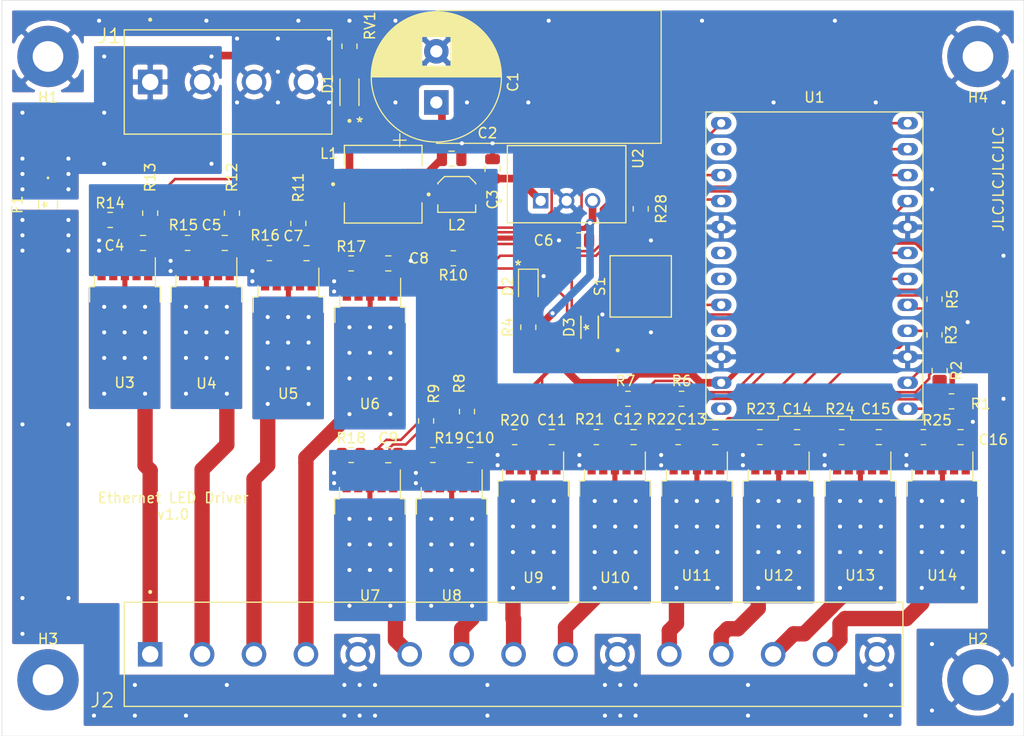
<source format=kicad_pcb>
(kicad_pcb (version 20171130) (host pcbnew "(5.1.10-1-10_14)")
  (layers (0 F.Cu signal) (31 B.Cu signal) (34 B.Paste user) (35 F.Paste user) (36 B.SilkS user) (37 F.SilkS user) (38 B.Mask user hide) (39 F.Mask user) (44 Edge.Cuts user))
  (net 0 "")
  (net 1 GND)
  (net 2 "Net-(C1-Pad1)")
  (net 3 "Net-(C3-Pad1)")
  (net 4 +5V)
  (net 5 +3V3)
  (net 6 "Net-(D1-PadC)")
  (net 7 +24V)
  (net 8 "Net-(D2-Pad2)")
  (net 9 "Net-(D3-Pad2)")
  (net 10 VDC)
  (net 11 "Net-(R3-Pad2)")
  (net 12 "Net-(R6-Pad2)")
  (net 13 "Net-(R7-Pad2)")
  (net 14 "Net-(R8-Pad2)")
  (net 15 "Net-(R10-Pad2)")
  (net 16 "Net-(R11-Pad2)")
  (net 17 "Net-(R12-Pad2)")
  (net 18 "Net-(R13-Pad2)")
  (net 19 "Net-(R14-Pad2)")
  (net 20 "Net-(R15-Pad2)")
  (net 21 "Net-(R16-Pad2)")
  (net 22 "Net-(R17-Pad2)")
  (net 23 "Net-(R18-Pad2)")
  (net 24 "Net-(R19-Pad2)")
  (net 25 "Net-(R20-Pad2)")
  (net 26 "Net-(R21-Pad2)")
  (net 27 "Net-(R22-Pad2)")
  (net 28 "Net-(R23-Pad2)")
  (net 29 "Net-(R24-Pad2)")
  (net 30 "Net-(R25-Pad2)")
  (net 31 "Net-(U1-Pad24)")
  (net 32 "Net-(U1-Pad21)")
  (net 33 "Net-(U1-Pad19)")
  (net 34 "Net-(U1-Pad18)")
  (net 35 OUT1)
  (net 36 OUT2)
  (net 37 OUT3)
  (net 38 OUT4)
  (net 39 OUT5)
  (net 40 OUT6)
  (net 41 OUT7)
  (net 42 OUT8)
  (net 43 OUT9)
  (net 44 OUT10)
  (net 45 OUT11)
  (net 46 OUT12)
  (net 47 "Net-(R1-Pad2)")
  (net 48 LED12)
  (net 49 "Net-(R2-Pad2)")
  (net 50 LED11)
  (net 51 LED10)
  (net 52 "Net-(R5-Pad2)")
  (net 53 LED9)
  (net 54 LED8)
  (net 55 LED7)
  (net 56 LED6)
  (net 57 "Net-(R9-Pad2)")
  (net 58 LED5)
  (net 59 LED4)
  (net 60 LED3)
  (net 61 LED2)
  (net 62 LED1)
  (net 63 "Net-(U1-Pad14)")
  (net 64 "Net-(H3-Pad1)")
  (module Button_Switch_SMD:SW_TS04-66-70-BK-160-SMT (layer F.Cu) (at 235.75 66 90)
    (fp_text reference S1 (at 0 -4 90) (layer F.SilkS))
    (fp_text value TS04-66-70-BK-160-SMT)
    (pad 2 smd rect (at -4.55 2.25 90) (size 2.1 1.4) (layers F.Cu F.Paste F.Mask) (net 1 GND))
    (pad 1 smd rect (at -4.55 -2.25 90) (size 2.1 1.4) (layers F.Cu F.Paste F.Mask) (net 9 "Net-(D3-Pad2)"))
    (pad 3 smd rect (at 4.55 -2.25 90) (size 2.1 1.4) (layers F.Cu F.Paste F.Mask) (net 9 "Net-(D3-Pad2)"))
    (pad 4 smd rect (at 4.55 2.25 90) (size 2.1 1.4) (layers F.Cu F.Paste F.Mask) (net 1 GND))
  )
  (module Diode_SMD:SODFL3618X110N (layer F.Cu) (at 207.25 47 90)
    (fp_text reference D1 (at 0.815 -2.135 90) (layer F.SilkS))
    (fp_text value DSS13UTR)
    (pad C smd roundrect (at -1.49 0 90) (size 1.24 1.22) (layers F.Cu F.Paste F.Mask) (roundrect_rratio 0.15) (net 6 "Net-(D1-PadC)"))
    (pad A smd roundrect (at 1.49 0 90) (size 1.24 1.22) (layers F.Cu F.Paste F.Mask) (roundrect_rratio 0.15) (net 7 +24V))
  )
  (module Package_DIP:DIP-24_1824_ELL (layer F.Cu) (at 252.75 64 90)
    (fp_text reference U1 (at 16.5 0) (layer F.SilkS))
    (fp_text value RP2040-ETH)
    (pad 12 thru_hole oval (at 13.97 9.12 90) (size 1.2 2) (drill 0.8) (layers *.Cu *.Mask) (net 60 LED3))
    (pad 13 thru_hole oval (at 13.97 -9.12 90) (size 1.2 2) (drill 0.8) (layers *.Cu *.Mask) (net 62 LED1))
    (pad 11 thru_hole oval (at 11.43 9.12 90) (size 1.2 2) (drill 0.8) (layers *.Cu *.Mask) (net 59 LED4))
    (pad 14 thru_hole oval (at 11.43 -9.12 90) (size 1.2 2) (drill 0.8) (layers *.Cu *.Mask) (net 63 "Net-(U1-Pad14)"))
    (pad 10 thru_hole oval (at 8.89 9.12 90) (size 1.2 2) (drill 0.8) (layers *.Cu *.Mask) (net 58 LED5))
    (pad 15 thru_hole oval (at 8.89 -9.12 90) (size 1.2 2) (drill 0.8) (layers *.Cu *.Mask) (net 61 LED2))
    (pad 9 thru_hole oval (at 6.35 9.12 90) (size 1.2 2) (drill 0.8) (layers *.Cu *.Mask) (net 56 LED6))
    (pad 16 thru_hole oval (at 6.35 -9.12 90) (size 1.2 2) (drill 0.8) (layers *.Cu *.Mask) (net 9 "Net-(D3-Pad2)"))
    (pad 8 thru_hole oval (at 3.81 9.12 90) (size 1.2 2) (drill 0.8) (layers *.Cu *.Mask) (net 1 GND))
    (pad 17 thru_hole oval (at 3.81 -9.12 90) (size 1.2 2) (drill 0.8) (layers *.Cu *.Mask) (net 1 GND))
    (pad 7 thru_hole oval (at 1.27 9.12 90) (size 1.2 2) (drill 0.8) (layers *.Cu *.Mask) (net 55 LED7))
    (pad 18 thru_hole oval (at 1.27 -9.12 90) (size 1.2 2) (drill 0.8) (layers *.Cu *.Mask) (net 34 "Net-(U1-Pad18)"))
    (pad 6 thru_hole oval (at -1.27 9.12 90) (size 1.2 2) (drill 0.8) (layers *.Cu *.Mask) (net 54 LED8))
    (pad 19 thru_hole oval (at -1.27 -9.12 90) (size 1.2 2) (drill 0.8) (layers *.Cu *.Mask) (net 33 "Net-(U1-Pad19)"))
    (pad 5 thru_hole oval (at -3.81 9.12 90) (size 1.2 2) (drill 0.8) (layers *.Cu *.Mask) (net 53 LED9))
    (pad 20 thru_hole oval (at -3.81 -9.12 90) (size 1.2 2) (drill 0.8) (layers *.Cu *.Mask) (net 5 +3V3))
    (pad 4 thru_hole oval (at -6.35 9.12 90) (size 1.2 2) (drill 0.8) (layers *.Cu *.Mask) (net 51 LED10))
    (pad 21 thru_hole oval (at -6.35 -9.12 90) (size 1.2 2) (drill 0.8) (layers *.Cu *.Mask) (net 32 "Net-(U1-Pad21)"))
    (pad 3 thru_hole oval (at -8.89 9.12 90) (size 1.2 2) (drill 0.8) (layers *.Cu *.Mask) (net 1 GND))
    (pad 22 thru_hole oval (at -8.89 -9.12 90) (size 1.2 2) (drill 0.8) (layers *.Cu *.Mask) (net 1 GND))
    (pad 2 thru_hole oval (at -11.43 9.12 90) (size 1.2 2) (drill 0.8) (layers *.Cu *.Mask) (net 50 LED11))
    (pad 23 thru_hole oval (at -11.43 -9.12 90) (size 1.2 2) (drill 0.8) (layers *.Cu *.Mask) (net 4 +5V))
    (pad 1 thru_hole oval (at -13.97 9.12 90) (size 1.2 2) (drill 0.8) (layers *.Cu *.Mask) (net 48 LED12))
    (pad 24 thru_hole oval (at -13.97 -9.12 90) (size 1.2 2) (drill 0.8) (layers *.Cu *.Mask) (net 31 "Net-(U1-Pad24)"))
  )
  (module Package_TO_SOT_SMD:TO-252-5_TabPin6 (layer F.Cu) (at 265.275 87.5 270)
    (fp_text reference U14 (at 6.775 0.025 180) (layer F.SilkS))
    (fp_text value BTF3050TEATMA1)
    (pad 6 smd rect (at 2.1 0 270) (size 6.4 5.8) (layers F.Cu F.Mask) (net 46 OUT12))
    (pad 5 smd rect (at -4.2 2.28 270) (size 2.2 0.8) (layers F.Cu F.Paste F.Mask) (net 1 GND))
    (pad 4 smd rect (at -4.2 1.14 270) (size 2.2 0.8) (layers F.Cu F.Paste F.Mask) (net 30 "Net-(R25-Pad2)"))
    (pad 3 smd rect (at -4.2 0 270) (size 2.2 0.8) (layers F.Cu F.Paste F.Mask) (net 46 OUT12))
    (pad 2 smd rect (at -4.2 -1.14 270) (size 2.2 0.8) (layers F.Cu F.Paste F.Mask) (net 4 +5V))
    (pad 1 smd rect (at -4.2 -2.28 270) (size 2.2 0.8) (layers F.Cu F.Paste F.Mask) (net 47 "Net-(R1-Pad2)"))
  )
  (module Package_TO_SOT_SMD:TO-252-5_TabPin6 (layer F.Cu) (at 257.25 87.5 270)
    (fp_text reference U13 (at 6.775 0.025 180) (layer F.SilkS))
    (fp_text value BTF3050TEATMA1)
    (pad 6 smd rect (at 2.1 0 270) (size 6.4 5.8) (layers F.Cu F.Mask) (net 45 OUT11))
    (pad 5 smd rect (at -4.2 2.28 270) (size 2.2 0.8) (layers F.Cu F.Paste F.Mask) (net 1 GND))
    (pad 4 smd rect (at -4.2 1.14 270) (size 2.2 0.8) (layers F.Cu F.Paste F.Mask) (net 29 "Net-(R24-Pad2)"))
    (pad 3 smd rect (at -4.2 0 270) (size 2.2 0.8) (layers F.Cu F.Paste F.Mask) (net 45 OUT11))
    (pad 2 smd rect (at -4.2 -1.14 270) (size 2.2 0.8) (layers F.Cu F.Paste F.Mask) (net 4 +5V))
    (pad 1 smd rect (at -4.2 -2.28 270) (size 2.2 0.8) (layers F.Cu F.Paste F.Mask) (net 49 "Net-(R2-Pad2)"))
  )
  (module Package_TO_SOT_SMD:TO-252-5_TabPin6 (layer F.Cu) (at 249.25 87.5 270)
    (fp_text reference U12 (at 6.775 0.025 180) (layer F.SilkS))
    (fp_text value BTF3050TEATMA1)
    (pad 6 smd rect (at 2.1 0 270) (size 6.4 5.8) (layers F.Cu F.Mask) (net 44 OUT10))
    (pad 5 smd rect (at -4.2 2.28 270) (size 2.2 0.8) (layers F.Cu F.Paste F.Mask) (net 1 GND))
    (pad 4 smd rect (at -4.2 1.14 270) (size 2.2 0.8) (layers F.Cu F.Paste F.Mask) (net 28 "Net-(R23-Pad2)"))
    (pad 3 smd rect (at -4.2 0 270) (size 2.2 0.8) (layers F.Cu F.Paste F.Mask) (net 44 OUT10))
    (pad 2 smd rect (at -4.2 -1.14 270) (size 2.2 0.8) (layers F.Cu F.Paste F.Mask) (net 4 +5V))
    (pad 1 smd rect (at -4.2 -2.28 270) (size 2.2 0.8) (layers F.Cu F.Paste F.Mask) (net 11 "Net-(R3-Pad2)"))
  )
  (module Package_TO_SOT_SMD:TO-252-5_TabPin6 (layer F.Cu) (at 241.25 87.5 270)
    (fp_text reference U11 (at 6.775 0.025 180) (layer F.SilkS))
    (fp_text value BTF3050TEATMA1)
    (pad 6 smd rect (at 2.1 0 270) (size 6.4 5.8) (layers F.Cu F.Mask) (net 43 OUT9))
    (pad 5 smd rect (at -4.2 2.28 270) (size 2.2 0.8) (layers F.Cu F.Paste F.Mask) (net 1 GND))
    (pad 4 smd rect (at -4.2 1.14 270) (size 2.2 0.8) (layers F.Cu F.Paste F.Mask) (net 27 "Net-(R22-Pad2)"))
    (pad 3 smd rect (at -4.2 0 270) (size 2.2 0.8) (layers F.Cu F.Paste F.Mask) (net 43 OUT9))
    (pad 2 smd rect (at -4.2 -1.14 270) (size 2.2 0.8) (layers F.Cu F.Paste F.Mask) (net 4 +5V))
    (pad 1 smd rect (at -4.2 -2.28 270) (size 2.2 0.8) (layers F.Cu F.Paste F.Mask) (net 52 "Net-(R5-Pad2)"))
  )
  (module Package_TO_SOT_SMD:TO-252-5_TabPin6 (layer F.Cu) (at 233.225 87.5 270)
    (fp_text reference U10 (at 7 -0.025 180) (layer F.SilkS))
    (fp_text value BTF3050TEATMA1)
    (pad 6 smd rect (at 2.1 0 270) (size 6.4 5.8) (layers F.Cu F.Mask) (net 42 OUT8))
    (pad 5 smd rect (at -4.2 2.28 270) (size 2.2 0.8) (layers F.Cu F.Paste F.Mask) (net 1 GND))
    (pad 4 smd rect (at -4.2 1.14 270) (size 2.2 0.8) (layers F.Cu F.Paste F.Mask) (net 26 "Net-(R21-Pad2)"))
    (pad 3 smd rect (at -4.2 0 270) (size 2.2 0.8) (layers F.Cu F.Paste F.Mask) (net 42 OUT8))
    (pad 2 smd rect (at -4.2 -1.14 270) (size 2.2 0.8) (layers F.Cu F.Paste F.Mask) (net 4 +5V))
    (pad 1 smd rect (at -4.2 -2.28 270) (size 2.2 0.8) (layers F.Cu F.Paste F.Mask) (net 12 "Net-(R6-Pad2)"))
  )
  (module Package_TO_SOT_SMD:TO-252-5_TabPin6 (layer F.Cu) (at 225.225 87.5 270)
    (fp_text reference U9 (at 7 -0.025 180) (layer F.SilkS))
    (fp_text value BTF3050TEATMA1)
    (pad 6 smd rect (at 2.1 0 270) (size 6.4 5.8) (layers F.Cu F.Mask) (net 41 OUT7))
    (pad 5 smd rect (at -4.2 2.28 270) (size 2.2 0.8) (layers F.Cu F.Paste F.Mask) (net 1 GND))
    (pad 4 smd rect (at -4.2 1.14 270) (size 2.2 0.8) (layers F.Cu F.Paste F.Mask) (net 25 "Net-(R20-Pad2)"))
    (pad 3 smd rect (at -4.2 0 270) (size 2.2 0.8) (layers F.Cu F.Paste F.Mask) (net 41 OUT7))
    (pad 2 smd rect (at -4.2 -1.14 270) (size 2.2 0.8) (layers F.Cu F.Paste F.Mask) (net 4 +5V))
    (pad 1 smd rect (at -4.2 -2.28 270) (size 2.2 0.8) (layers F.Cu F.Paste F.Mask) (net 13 "Net-(R7-Pad2)"))
  )
  (module Package_TO_SOT_SMD:TO-252-5_TabPin6 (layer F.Cu) (at 217.25 89.25 270)
    (fp_text reference U8 (at 7 0 180) (layer F.SilkS))
    (fp_text value BTF3050TEATMA1)
    (pad 6 smd rect (at 2.1 0 270) (size 6.4 5.8) (layers F.Cu F.Mask) (net 40 OUT6))
    (pad 5 smd rect (at -4.2 2.28 270) (size 2.2 0.8) (layers F.Cu F.Paste F.Mask) (net 1 GND))
    (pad 4 smd rect (at -4.2 1.14 270) (size 2.2 0.8) (layers F.Cu F.Paste F.Mask) (net 24 "Net-(R19-Pad2)"))
    (pad 3 smd rect (at -4.2 0 270) (size 2.2 0.8) (layers F.Cu F.Paste F.Mask) (net 40 OUT6))
    (pad 2 smd rect (at -4.2 -1.14 270) (size 2.2 0.8) (layers F.Cu F.Paste F.Mask) (net 4 +5V))
    (pad 1 smd rect (at -4.2 -2.28 270) (size 2.2 0.8) (layers F.Cu F.Paste F.Mask) (net 14 "Net-(R8-Pad2)"))
  )
  (module Package_TO_SOT_SMD:TO-252-5_TabPin6 (layer F.Cu) (at 209.25 89.25 270)
    (fp_text reference U7 (at 7 0 180) (layer F.SilkS))
    (fp_text value BTF3050TEATMA1)
    (pad 6 smd rect (at 2.1 0 270) (size 6.4 5.8) (layers F.Cu F.Mask) (net 39 OUT5))
    (pad 5 smd rect (at -4.2 2.28 270) (size 2.2 0.8) (layers F.Cu F.Paste F.Mask) (net 1 GND))
    (pad 4 smd rect (at -4.2 1.14 270) (size 2.2 0.8) (layers F.Cu F.Paste F.Mask) (net 23 "Net-(R18-Pad2)"))
    (pad 3 smd rect (at -4.2 0 270) (size 2.2 0.8) (layers F.Cu F.Paste F.Mask) (net 39 OUT5))
    (pad 2 smd rect (at -4.2 -1.14 270) (size 2.2 0.8) (layers F.Cu F.Paste F.Mask) (net 4 +5V))
    (pad 1 smd rect (at -4.2 -2.28 270) (size 2.2 0.8) (layers F.Cu F.Paste F.Mask) (net 57 "Net-(R9-Pad2)"))
  )
  (module Package_TO_SOT_SMD:TO-252-5_TabPin6 (layer F.Cu) (at 209.275 70.5 270)
    (fp_text reference U6 (at 7 0.025 180) (layer F.SilkS))
    (fp_text value BTF3050TEATMA1)
    (pad 6 smd rect (at 2.1 0 270) (size 6.4 5.8) (layers F.Cu F.Mask) (net 38 OUT4))
    (pad 5 smd rect (at -4.2 2.28 270) (size 2.2 0.8) (layers F.Cu F.Paste F.Mask) (net 1 GND))
    (pad 4 smd rect (at -4.2 1.14 270) (size 2.2 0.8) (layers F.Cu F.Paste F.Mask) (net 22 "Net-(R17-Pad2)"))
    (pad 3 smd rect (at -4.2 0 270) (size 2.2 0.8) (layers F.Cu F.Paste F.Mask) (net 38 OUT4))
    (pad 2 smd rect (at -4.2 -1.14 270) (size 2.2 0.8) (layers F.Cu F.Paste F.Mask) (net 4 +5V))
    (pad 1 smd rect (at -4.2 -2.28 270) (size 2.2 0.8) (layers F.Cu F.Paste F.Mask) (net 15 "Net-(R10-Pad2)"))
  )
  (module Package_TO_SOT_SMD:TO-252-5_TabPin6 (layer F.Cu) (at 201.275 69.5 270)
    (fp_text reference U5 (at 7 0.025 180) (layer F.SilkS))
    (fp_text value BTF3050TEATMA1)
    (pad 6 smd rect (at 2.1 0 270) (size 6.4 5.8) (layers F.Cu F.Mask) (net 37 OUT3))
    (pad 5 smd rect (at -4.2 2.28 270) (size 2.2 0.8) (layers F.Cu F.Paste F.Mask) (net 1 GND))
    (pad 4 smd rect (at -4.2 1.14 270) (size 2.2 0.8) (layers F.Cu F.Paste F.Mask) (net 21 "Net-(R16-Pad2)"))
    (pad 3 smd rect (at -4.2 0 270) (size 2.2 0.8) (layers F.Cu F.Paste F.Mask) (net 37 OUT3))
    (pad 2 smd rect (at -4.2 -1.14 270) (size 2.2 0.8) (layers F.Cu F.Paste F.Mask) (net 4 +5V))
    (pad 1 smd rect (at -4.2 -2.28 270) (size 2.2 0.8) (layers F.Cu F.Paste F.Mask) (net 16 "Net-(R11-Pad2)"))
  )
  (module Package_TO_SOT_SMD:TO-252-5_TabPin6 (layer F.Cu) (at 193.25 68.5 270)
    (fp_text reference U4 (at 7 0 180) (layer F.SilkS))
    (fp_text value BTF3050TEATMA1)
    (pad 6 smd rect (at 2.1 0 270) (size 6.4 5.8) (layers F.Cu F.Mask) (net 36 OUT2))
    (pad 5 smd rect (at -4.2 2.28 270) (size 2.2 0.8) (layers F.Cu F.Paste F.Mask) (net 1 GND))
    (pad 4 smd rect (at -4.2 1.14 270) (size 2.2 0.8) (layers F.Cu F.Paste F.Mask) (net 20 "Net-(R15-Pad2)"))
    (pad 3 smd rect (at -4.2 0 270) (size 2.2 0.8) (layers F.Cu F.Paste F.Mask) (net 36 OUT2))
    (pad 2 smd rect (at -4.2 -1.14 270) (size 2.2 0.8) (layers F.Cu F.Paste F.Mask) (net 4 +5V))
    (pad 1 smd rect (at -4.2 -2.28 270) (size 2.2 0.8) (layers F.Cu F.Paste F.Mask) (net 17 "Net-(R12-Pad2)"))
  )
  (module Package_TO_SOT_SMD:TO-252-5_TabPin6 (layer F.Cu) (at 185.275 68.5 270)
    (fp_text reference U3 (at 6.925 0.025 180) (layer F.SilkS))
    (fp_text value BTF3050TEATMA1)
    (pad 6 smd rect (at 2.1 0 270) (size 6.4 5.8) (layers F.Cu F.Mask) (net 35 OUT1))
    (pad 5 smd rect (at -4.2 2.28 270) (size 2.2 0.8) (layers F.Cu F.Paste F.Mask) (net 1 GND))
    (pad 4 smd rect (at -4.2 1.14 270) (size 2.2 0.8) (layers F.Cu F.Paste F.Mask) (net 19 "Net-(R14-Pad2)"))
    (pad 3 smd rect (at -4.2 0 270) (size 2.2 0.8) (layers F.Cu F.Paste F.Mask) (net 35 OUT1))
    (pad 2 smd rect (at -4.2 -1.14 270) (size 2.2 0.8) (layers F.Cu F.Paste F.Mask) (net 4 +5V))
    (pad 1 smd rect (at -4.2 -2.28 270) (size 2.2 0.8) (layers F.Cu F.Paste F.Mask) (net 18 "Net-(R13-Pad2)"))
  )
  (module Resistor_SMD:R_0805_2012Metric (layer F.Cu) (at 263.4125 80.75)
    (fp_text reference R25 (at 1.3375 -1.65) (layer F.SilkS))
    (fp_text value 33k)
    (pad 2 smd roundrect (at 0.9125 0) (size 1.025 1.4) (layers F.Cu F.Paste F.Mask) (roundrect_rratio 0.2439014634146341) (net 30 "Net-(R25-Pad2)"))
    (pad 1 smd roundrect (at -0.9125 0) (size 1.025 1.4) (layers F.Cu F.Paste F.Mask) (roundrect_rratio 0.2439014634146341) (net 1 GND))
  )
  (module Resistor_SMD:R_0805_2012Metric (layer F.Cu) (at 255.4125 80.75)
    (fp_text reference R24 (at -0.1625 -2.75) (layer F.SilkS))
    (fp_text value 33k)
    (pad 2 smd roundrect (at 0.9125 0) (size 1.025 1.4) (layers F.Cu F.Paste F.Mask) (roundrect_rratio 0.2439014634146341) (net 29 "Net-(R24-Pad2)"))
    (pad 1 smd roundrect (at -0.9125 0) (size 1.025 1.4) (layers F.Cu F.Paste F.Mask) (roundrect_rratio 0.2439014634146341) (net 1 GND))
  )
  (module Resistor_SMD:R_0805_2012Metric (layer F.Cu) (at 247.4125 80.75)
    (fp_text reference R23 (at 0.0875 -2.75) (layer F.SilkS))
    (fp_text value 33k)
    (pad 2 smd roundrect (at 0.9125 0) (size 1.025 1.4) (layers F.Cu F.Paste F.Mask) (roundrect_rratio 0.2439014634146341) (net 28 "Net-(R23-Pad2)"))
    (pad 1 smd roundrect (at -0.9125 0) (size 1.025 1.4) (layers F.Cu F.Paste F.Mask) (roundrect_rratio 0.2439014634146341) (net 1 GND))
  )
  (module Resistor_SMD:R_0805_2012Metric (layer F.Cu) (at 239.4125 80.75)
    (fp_text reference R22 (at -1.6625 -1.75) (layer F.SilkS))
    (fp_text value 33k)
    (pad 2 smd roundrect (at 0.9125 0) (size 1.025 1.4) (layers F.Cu F.Paste F.Mask) (roundrect_rratio 0.2439014634146341) (net 27 "Net-(R22-Pad2)"))
    (pad 1 smd roundrect (at -0.9125 0) (size 1.025 1.4) (layers F.Cu F.Paste F.Mask) (roundrect_rratio 0.2439014634146341) (net 1 GND))
  )
  (module Resistor_SMD:R_0805_2012Metric (layer F.Cu) (at 231.4125 80.75)
    (fp_text reference R21 (at -0.6625 -1.75) (layer F.SilkS))
    (fp_text value 33k)
    (pad 2 smd roundrect (at 0.9125 0) (size 1.025 1.4) (layers F.Cu F.Paste F.Mask) (roundrect_rratio 0.2439014634146341) (net 26 "Net-(R21-Pad2)"))
    (pad 1 smd roundrect (at -0.9125 0) (size 1.025 1.4) (layers F.Cu F.Paste F.Mask) (roundrect_rratio 0.2439014634146341) (net 1 GND))
  )
  (module Resistor_SMD:R_0805_2012Metric (layer F.Cu) (at 223.4125 80.75)
    (fp_text reference R20 (at 0 -1.65) (layer F.SilkS))
    (fp_text value 33k)
    (pad 2 smd roundrect (at 0.9125 0) (size 1.025 1.4) (layers F.Cu F.Paste F.Mask) (roundrect_rratio 0.2439014634146341) (net 25 "Net-(R20-Pad2)"))
    (pad 1 smd roundrect (at -0.9125 0) (size 1.025 1.4) (layers F.Cu F.Paste F.Mask) (roundrect_rratio 0.2439014634146341) (net 1 GND))
  )
  (module Resistor_SMD:R_0805_2012Metric (layer F.Cu) (at 215.4125 82.5)
    (fp_text reference R19 (at 1.5875 -1.65) (layer F.SilkS))
    (fp_text value 33k)
    (pad 2 smd roundrect (at 0.9125 0) (size 1.025 1.4) (layers F.Cu F.Paste F.Mask) (roundrect_rratio 0.2439014634146341) (net 24 "Net-(R19-Pad2)"))
    (pad 1 smd roundrect (at -0.9125 0) (size 1.025 1.4) (layers F.Cu F.Paste F.Mask) (roundrect_rratio 0.2439014634146341) (net 1 GND))
  )
  (module Resistor_SMD:R_0805_2012Metric (layer F.Cu) (at 207.4125 82.5)
    (fp_text reference R18 (at 0 -1.65) (layer F.SilkS))
    (fp_text value 33k)
    (pad 2 smd roundrect (at 0.9125 0) (size 1.025 1.4) (layers F.Cu F.Paste F.Mask) (roundrect_rratio 0.2439014634146341) (net 23 "Net-(R18-Pad2)"))
    (pad 1 smd roundrect (at -0.9125 0) (size 1.025 1.4) (layers F.Cu F.Paste F.Mask) (roundrect_rratio 0.2439014634146341) (net 1 GND))
  )
  (module Resistor_SMD:R_0805_2012Metric (layer F.Cu) (at 207.4125 63.75)
    (fp_text reference R17 (at 0 -1.65) (layer F.SilkS))
    (fp_text value 33k)
    (pad 2 smd roundrect (at 0.9125 0) (size 1.025 1.4) (layers F.Cu F.Paste F.Mask) (roundrect_rratio 0.2439014634146341) (net 22 "Net-(R17-Pad2)"))
    (pad 1 smd roundrect (at -0.9125 0) (size 1.025 1.4) (layers F.Cu F.Paste F.Mask) (roundrect_rratio 0.2439014634146341) (net 1 GND))
  )
  (module Resistor_SMD:R_0805_2012Metric (layer F.Cu) (at 199.4125 62.75)
    (fp_text reference R16 (at -0.4125 -1.75) (layer F.SilkS))
    (fp_text value 33k)
    (pad 2 smd roundrect (at 0.9125 0) (size 1.025 1.4) (layers F.Cu F.Paste F.Mask) (roundrect_rratio 0.2439014634146341) (net 21 "Net-(R16-Pad2)"))
    (pad 1 smd roundrect (at -0.9125 0) (size 1.025 1.4) (layers F.Cu F.Paste F.Mask) (roundrect_rratio 0.2439014634146341) (net 1 GND))
  )
  (module Resistor_SMD:R_0805_2012Metric (layer F.Cu) (at 191.4125 61.75)
    (fp_text reference R15 (at -0.4125 -1.75) (layer F.SilkS))
    (fp_text value 33k)
    (pad 2 smd roundrect (at 0.9125 0) (size 1.025 1.4) (layers F.Cu F.Paste F.Mask) (roundrect_rratio 0.2439014634146341) (net 20 "Net-(R15-Pad2)"))
    (pad 1 smd roundrect (at -0.9125 0) (size 1.025 1.4) (layers F.Cu F.Paste F.Mask) (roundrect_rratio 0.2439014634146341) (net 1 GND))
  )
  (module Resistor_SMD:R_0805_2012Metric (layer F.Cu) (at 183.8375 59.5)
    (fp_text reference R14 (at 0 -1.65) (layer F.SilkS))
    (fp_text value 33k)
    (pad 2 smd roundrect (at 0.9125 0) (size 1.025 1.4) (layers F.Cu F.Paste F.Mask) (roundrect_rratio 0.2439014634146341) (net 19 "Net-(R14-Pad2)"))
    (pad 1 smd roundrect (at -0.9125 0) (size 1.025 1.4) (layers F.Cu F.Paste F.Mask) (roundrect_rratio 0.2439014634146341) (net 1 GND))
  )
  (module Resistor_SMD:R_0805_2012Metric (layer F.Cu) (at 187.75 58.8375 270)
    (fp_text reference R13 (at -3.5 0 90) (layer F.SilkS))
    (fp_text value 1k)
    (pad 2 smd roundrect (at 0.9125 0 270) (size 1.025 1.4) (layers F.Cu F.Paste F.Mask) (roundrect_rratio 0.2439014634146341) (net 18 "Net-(R13-Pad2)"))
    (pad 1 smd roundrect (at -0.9125 0 270) (size 1.025 1.4) (layers F.Cu F.Paste F.Mask) (roundrect_rratio 0.2439014634146341) (net 62 LED1))
  )
  (module Resistor_SMD:R_0805_2012Metric (layer F.Cu) (at 195.75 58.8375 270)
    (fp_text reference R12 (at -3.5 0 90) (layer F.SilkS))
    (fp_text value 1k)
    (pad 2 smd roundrect (at 0.9125 0 270) (size 1.025 1.4) (layers F.Cu F.Paste F.Mask) (roundrect_rratio 0.2439014634146341) (net 17 "Net-(R12-Pad2)"))
    (pad 1 smd roundrect (at -0.9125 0 270) (size 1.025 1.4) (layers F.Cu F.Paste F.Mask) (roundrect_rratio 0.2439014634146341) (net 61 LED2))
  )
  (module Resistor_SMD:R_0805_2012Metric (layer F.Cu) (at 202.25 59.8375 270)
    (fp_text reference R11 (at -3.5 0 90) (layer F.SilkS))
    (fp_text value 1k)
    (pad 2 smd roundrect (at 0.9125 0 270) (size 1.025 1.4) (layers F.Cu F.Paste F.Mask) (roundrect_rratio 0.2439014634146341) (net 16 "Net-(R11-Pad2)"))
    (pad 1 smd roundrect (at -0.9125 0 270) (size 1.025 1.4) (layers F.Cu F.Paste F.Mask) (roundrect_rratio 0.2439014634146341) (net 60 LED3))
  )
  (module Resistor_SMD:R_0805_2012Metric (layer F.Cu) (at 217.4125 63.25 180)
    (fp_text reference R10 (at 0 -1.65) (layer F.SilkS))
    (fp_text value 1k)
    (pad 2 smd roundrect (at 0.9125 0 180) (size 1.025 1.4) (layers F.Cu F.Paste F.Mask) (roundrect_rratio 0.2439014634146341) (net 15 "Net-(R10-Pad2)"))
    (pad 1 smd roundrect (at -0.9125 0 180) (size 1.025 1.4) (layers F.Cu F.Paste F.Mask) (roundrect_rratio 0.2439014634146341) (net 59 LED4))
  )
  (module Resistor_SMD:R_0805_2012Metric (layer F.Cu) (at 214.75 79.1625 270)
    (fp_text reference R9 (at -2.6625 -0.75 90) (layer F.SilkS))
    (fp_text value 1k)
    (pad 2 smd roundrect (at 0.9125 0 270) (size 1.025 1.4) (layers F.Cu F.Paste F.Mask) (roundrect_rratio 0.2439014634146341) (net 57 "Net-(R9-Pad2)"))
    (pad 1 smd roundrect (at -0.9125 0 270) (size 1.025 1.4) (layers F.Cu F.Paste F.Mask) (roundrect_rratio 0.2439014634146341) (net 58 LED5))
  )
  (module Resistor_SMD:R_0805_2012Metric (layer F.Cu) (at 218.75 78.25 270)
    (fp_text reference R8 (at -2.75 0.75 90) (layer F.SilkS))
    (fp_text value 1k)
    (pad 2 smd roundrect (at 0.9125 0 270) (size 1.025 1.4) (layers F.Cu F.Paste F.Mask) (roundrect_rratio 0.2439014634146341) (net 14 "Net-(R8-Pad2)"))
    (pad 1 smd roundrect (at -0.9125 0 270) (size 1.025 1.4) (layers F.Cu F.Paste F.Mask) (roundrect_rratio 0.2439014634146341) (net 56 LED6))
  )
  (module Resistor_SMD:R_0805_2012Metric (layer F.Cu) (at 234.5 77 180)
    (fp_text reference R7 (at 0.25 1.75) (layer F.SilkS))
    (fp_text value 1k)
    (pad 2 smd roundrect (at 0.9125 0 180) (size 1.025 1.4) (layers F.Cu F.Paste F.Mask) (roundrect_rratio 0.2439014634146341) (net 13 "Net-(R7-Pad2)"))
    (pad 1 smd roundrect (at -0.9125 0 180) (size 1.025 1.4) (layers F.Cu F.Paste F.Mask) (roundrect_rratio 0.2439014634146341) (net 55 LED7))
  )
  (module Resistor_SMD:R_0805_2012Metric (layer F.Cu) (at 239.75 77 180)
    (fp_text reference R6 (at 0 1.75) (layer F.SilkS))
    (fp_text value 1k)
    (pad 2 smd roundrect (at 0.9125 0 180) (size 1.025 1.4) (layers F.Cu F.Paste F.Mask) (roundrect_rratio 0.2439014634146341) (net 12 "Net-(R6-Pad2)"))
    (pad 1 smd roundrect (at -0.9125 0 180) (size 1.025 1.4) (layers F.Cu F.Paste F.Mask) (roundrect_rratio 0.2439014634146341) (net 54 LED8))
  )
  (module Resistor_SMD:R_0805_2012Metric (layer F.Cu) (at 264.5 67.25 90)
    (fp_text reference R5 (at 0 1.75 90) (layer F.SilkS))
    (fp_text value 1k)
    (pad 2 smd roundrect (at 0.9125 0 90) (size 1.025 1.4) (layers F.Cu F.Paste F.Mask) (roundrect_rratio 0.2439014634146341) (net 52 "Net-(R5-Pad2)"))
    (pad 1 smd roundrect (at -0.9125 0 90) (size 1.025 1.4) (layers F.Cu F.Paste F.Mask) (roundrect_rratio 0.2439014634146341) (net 53 LED9))
  )
  (module Resistor_SMD:R_0805_2012Metric (layer F.Cu) (at 264.5 70.75 270)
    (fp_text reference R3 (at 0 -1.65 90) (layer F.SilkS))
    (fp_text value 1k)
    (pad 2 smd roundrect (at 0.9125 0 270) (size 1.025 1.4) (layers F.Cu F.Paste F.Mask) (roundrect_rratio 0.2439014634146341) (net 11 "Net-(R3-Pad2)"))
    (pad 1 smd roundrect (at -0.9125 0 270) (size 1.025 1.4) (layers F.Cu F.Paste F.Mask) (roundrect_rratio 0.2439014634146341) (net 51 LED10))
  )
  (module Resistor_SMD:R_0805_2012Metric (layer F.Cu) (at 265 74.25 270)
    (fp_text reference R2 (at 0 -1.65 90) (layer F.SilkS))
    (fp_text value 1k)
    (pad 2 smd roundrect (at 0.9125 0 270) (size 1.025 1.4) (layers F.Cu F.Paste F.Mask) (roundrect_rratio 0.2439014634146341) (net 49 "Net-(R2-Pad2)"))
    (pad 1 smd roundrect (at -0.9125 0 270) (size 1.025 1.4) (layers F.Cu F.Paste F.Mask) (roundrect_rratio 0.2439014634146341) (net 50 LED11))
  )
  (module Resistor_SMD:R_0805_2012Metric (layer F.Cu) (at 266.1625 77.25)
    (fp_text reference R1 (at 2.8375 0.25) (layer F.SilkS))
    (fp_text value 1k)
    (pad 2 smd roundrect (at 0.9125 0) (size 1.025 1.4) (layers F.Cu F.Paste F.Mask) (roundrect_rratio 0.2439014634146341) (net 47 "Net-(R1-Pad2)"))
    (pad 1 smd roundrect (at -0.9125 0) (size 1.025 1.4) (layers F.Cu F.Paste F.Mask) (roundrect_rratio 0.2439014634146341) (net 48 LED12))
  )
  (module Connector:CUI_TB004-508-15BE (layer F.Cu) (at 187.75 102)
    (fp_text reference J2 (at -4.68 4.5) (layer F.SilkS) (effects (font (size 1.4 1.4))))
    (fp_text value TB004-508-15BE)
    (pad 1 thru_hole rect (at 0 0) (size 2.4 2.4) (drill 1.6) (layers *.Cu *.Mask) (net 35 OUT1))
    (pad 2 thru_hole circle (at 5.08 0) (size 2.4 2.4) (drill 1.6) (layers *.Cu *.Mask) (net 36 OUT2))
    (pad 3 thru_hole circle (at 10.16 0) (size 2.4 2.4) (drill 1.6) (layers *.Cu *.Mask) (net 37 OUT3))
    (pad 4 thru_hole circle (at 15.24 0) (size 2.4 2.4) (drill 1.6) (layers *.Cu *.Mask) (net 38 OUT4))
    (pad 5 thru_hole circle (at 20.32 0) (size 2.4 2.4) (drill 1.6) (layers *.Cu *.Mask) (net 10 VDC))
    (pad 6 thru_hole circle (at 25.4 0) (size 2.4 2.4) (drill 1.6) (layers *.Cu *.Mask) (net 39 OUT5))
    (pad 7 thru_hole circle (at 30.48 0) (size 2.4 2.4) (drill 1.6) (layers *.Cu *.Mask) (net 40 OUT6))
    (pad 8 thru_hole circle (at 35.56 0) (size 2.4 2.4) (drill 1.6) (layers *.Cu *.Mask) (net 41 OUT7))
    (pad 9 thru_hole circle (at 40.64 0) (size 2.4 2.4) (drill 1.6) (layers *.Cu *.Mask) (net 42 OUT8))
    (pad 10 thru_hole circle (at 45.72 0) (size 2.4 2.4) (drill 1.6) (layers *.Cu *.Mask) (net 10 VDC))
    (pad 11 thru_hole circle (at 50.8 0) (size 2.4 2.4) (drill 1.6) (layers *.Cu *.Mask) (net 43 OUT9))
    (pad 12 thru_hole circle (at 55.88 0) (size 2.4 2.4) (drill 1.6) (layers *.Cu *.Mask) (net 44 OUT10))
    (pad 13 thru_hole circle (at 60.96 0) (size 2.4 2.4) (drill 1.6) (layers *.Cu *.Mask) (net 45 OUT11))
    (pad 14 thru_hole circle (at 66.04 0) (size 2.4 2.4) (drill 1.6) (layers *.Cu *.Mask) (net 46 OUT12))
    (pad 15 thru_hole circle (at 71.12 0) (size 2.4 2.4) (drill 1.6) (layers *.Cu *.Mask) (net 10 VDC))
  )
  (module Capacitor_SMD:C_0805_2012Metric (layer F.Cu) (at 267.05 80.75)
    (fp_text reference C16 (at 3.2 0.25) (layer F.SilkS))
    (fp_text value 0.1uF)
    (pad 2 smd roundrect (at 0.95 0) (size 1 1.45) (layers F.Cu F.Paste F.Mask) (net 1 GND))
    (pad 1 smd roundrect (at -0.95 0) (size 1 1.45) (layers F.Cu F.Paste F.Mask) (net 4 +5V))
  )
  (module Capacitor_SMD:C_0805_2012Metric (layer F.Cu) (at 259.05 80.75)
    (fp_text reference C15 (at -0.3 -2.75) (layer F.SilkS))
    (fp_text value 0.1uF)
    (pad 2 smd roundrect (at 0.95 0) (size 1 1.45) (layers F.Cu F.Paste F.Mask) (net 1 GND))
    (pad 1 smd roundrect (at -0.95 0) (size 1 1.45) (layers F.Cu F.Paste F.Mask) (net 4 +5V))
  )
  (module Capacitor_SMD:C_0805_2012Metric (layer F.Cu) (at 251.05 80.75)
    (fp_text reference C14 (at 0 -2.75) (layer F.SilkS))
    (fp_text value 0.1uF)
    (pad 2 smd roundrect (at 0.95 0) (size 1 1.45) (layers F.Cu F.Paste F.Mask) (net 1 GND))
    (pad 1 smd roundrect (at -0.95 0) (size 1 1.45) (layers F.Cu F.Paste F.Mask) (net 4 +5V))
  )
  (module Capacitor_SMD:C_0805_2012Metric (layer F.Cu) (at 243.05 80.75)
    (fp_text reference C13 (at -2.3 -1.75) (layer F.SilkS))
    (fp_text value 0.1uF)
    (pad 2 smd roundrect (at 0.95 0) (size 1 1.45) (layers F.Cu F.Paste F.Mask) (net 1 GND))
    (pad 1 smd roundrect (at -0.95 0) (size 1 1.45) (layers F.Cu F.Paste F.Mask) (net 4 +5V))
  )
  (module Capacitor_SMD:C_0805_2012Metric (layer F.Cu) (at 235.05 80.75)
    (fp_text reference C12 (at -0.55 -1.75) (layer F.SilkS))
    (fp_text value 0.1uF)
    (pad 2 smd roundrect (at 0.95 0) (size 1 1.45) (layers F.Cu F.Paste F.Mask) (net 1 GND))
    (pad 1 smd roundrect (at -0.95 0) (size 1 1.45) (layers F.Cu F.Paste F.Mask) (net 4 +5V))
  )
  (module Capacitor_SMD:C_0805_2012Metric (layer F.Cu) (at 227.05 80.75)
    (fp_text reference C11 (at 0 -1.68) (layer F.SilkS))
    (fp_text value 0.1uF)
    (pad 2 smd roundrect (at 0.95 0) (size 1 1.45) (layers F.Cu F.Paste F.Mask) (net 1 GND))
    (pad 1 smd roundrect (at -0.95 0) (size 1 1.45) (layers F.Cu F.Paste F.Mask) (net 4 +5V))
  )
  (module Capacitor_SMD:C_0805_2012Metric (layer F.Cu) (at 219.05 82.5)
    (fp_text reference C10 (at 0.95 -1.68) (layer F.SilkS))
    (fp_text value 0.1uF)
    (pad 2 smd roundrect (at 0.95 0) (size 1 1.45) (layers F.Cu F.Paste F.Mask) (net 1 GND))
    (pad 1 smd roundrect (at -0.95 0) (size 1 1.45) (layers F.Cu F.Paste F.Mask) (net 4 +5V))
  )
  (module Capacitor_SMD:C_0805_2012Metric (layer F.Cu) (at 211.05 82.52)
    (fp_text reference C9 (at 0 -1.68) (layer F.SilkS))
    (fp_text value 0.1uF)
    (pad 2 smd roundrect (at 0.95 0) (size 1 1.45) (layers F.Cu F.Paste F.Mask) (net 1 GND))
    (pad 1 smd roundrect (at -0.95 0) (size 1 1.45) (layers F.Cu F.Paste F.Mask) (net 4 +5V))
  )
  (module Capacitor_SMD:C_0805_2012Metric (layer F.Cu) (at 211.05 63.75)
    (fp_text reference C8 (at 3 -0.5) (layer F.SilkS))
    (fp_text value 0.1uF)
    (pad 2 smd roundrect (at 0.95 0) (size 1 1.45) (layers F.Cu F.Paste F.Mask) (net 1 GND))
    (pad 1 smd roundrect (at -0.95 0) (size 1 1.45) (layers F.Cu F.Paste F.Mask) (net 4 +5V))
  )
  (module Capacitor_SMD:C_0805_2012Metric (layer F.Cu) (at 203.05 62.75)
    (fp_text reference C7 (at -1.3 -1.68) (layer F.SilkS))
    (fp_text value 0.1uF)
    (pad 2 smd roundrect (at 0.95 0) (size 1 1.45) (layers F.Cu F.Paste F.Mask) (net 1 GND))
    (pad 1 smd roundrect (at -0.95 0) (size 1 1.45) (layers F.Cu F.Paste F.Mask) (net 4 +5V))
  )
  (module Capacitor_SMD:C_0805_2012Metric (layer F.Cu) (at 195.05 61.75)
    (fp_text reference C5 (at -1.3 -1.75) (layer F.SilkS))
    (fp_text value 0.1uF)
    (pad 2 smd roundrect (at 0.95 0) (size 1 1.45) (layers F.Cu F.Paste F.Mask) (net 1 GND))
    (pad 1 smd roundrect (at -0.95 0) (size 1 1.45) (layers F.Cu F.Paste F.Mask) (net 4 +5V))
  )
  (module Capacitor_SMD:C_0805_2012Metric (layer F.Cu) (at 187.05 61.75)
    (fp_text reference C4 (at -2.8 0.25) (layer F.SilkS))
    (fp_text value 0.1uF)
    (pad 2 smd roundrect (at 0.95 0) (size 1 1.45) (layers F.Cu F.Paste F.Mask) (net 1 GND))
    (pad 1 smd roundrect (at -0.95 0) (size 1 1.45) (layers F.Cu F.Paste F.Mask) (net 4 +5V))
  )
  (module Resistor_SMD:R_0805_2012Metric (layer F.Cu) (at 235.75 58.4125 90)
    (fp_text reference R28 (at 0 2 90) (layer F.SilkS))
    (fp_text value 10k)
    (pad 2 smd roundrect (at 0.9125 0 90) (size 1.025 1.4) (layers F.Cu F.Paste F.Mask) (roundrect_rratio 0.2439004878048781) (net 9 "Net-(D3-Pad2)"))
    (pad 1 smd roundrect (at -0.9125 0 90) (size 1.025 1.4) (layers F.Cu F.Paste F.Mask) (roundrect_rratio 0.2439004878048781) (net 5 +3V3))
  )
  (module MountingHole:MountingHole_3mm_Pad (layer F.Cu) (at 268.75 43.5)
    (fp_text reference H4 (at 0 4) (layer F.SilkS))
    (fp_text value MountingHole_Pad)
    (pad 1 thru_hole circle (at 0 0) (size 6 6) (drill 3) (layers *.Cu *.Mask) (net 1 GND))
  )
  (module MountingHole:MountingHole_3mm_Pad (layer F.Cu) (at 177.75 104.5)
    (fp_text reference H3 (at 0 -4) (layer F.SilkS))
    (fp_text value MountingHole_Pad)
    (pad 1 thru_hole circle (at 0 0) (size 6 6) (drill 3) (layers *.Cu *.Mask) (net 64 "Net-(H3-Pad1)"))
  )
  (module MountingHole:MountingHole_3mm_Pad (layer F.Cu) (at 268.75 104.5)
    (fp_text reference H2 (at 0 -4) (layer F.SilkS))
    (fp_text value MountingHole_Pad)
    (pad 1 thru_hole circle (at 0 0) (size 6 6) (drill 3) (layers *.Cu *.Mask) (net 1 GND))
  )
  (module MountingHole:MountingHole_3mm_Pad (layer F.Cu) (at 177.75 43.5)
    (fp_text reference H1 (at 0 4) (layer F.SilkS))
    (fp_text value MountingHole_Pad)
    (pad 1 thru_hole circle (at 0 0) (size 6 6) (drill 3) (layers *.Cu *.Mask) (net 1 GND))
  )
  (module Package_SIP:CONV_K7805-500R3 (layer F.Cu) (at 228.5 56)
    (fp_text reference U2 (at 7 -2.5 90) (layer F.SilkS))
    (fp_text value K7805-500R3)
    (pad 1 thru_hole rect (at -2.54 1.625) (size 1.508 1.508) (drill 1) (layers *.Cu *.Mask) (net 3 "Net-(C3-Pad1)"))
    (pad 2 thru_hole circle (at 0 1.625) (size 1.508 1.508) (drill 1) (layers *.Cu *.Mask) (net 1 GND))
    (pad 3 thru_hole circle (at 2.54 1.625) (size 1.508 1.508) (drill 1) (layers *.Cu *.Mask) (net 4 +5V))
  )
  (module Resistor_SMD:R_0805_2012Metric (layer F.Cu) (at 207.25 42.5 90)
    (fp_text reference RV1 (at 2 2 90) (layer F.SilkS))
    (fp_text value B72510T0300K062)
    (pad 2 smd roundrect (at 0.9125 0 90) (size 1.025 1.4) (layers F.Cu F.Paste F.Mask) (roundrect_rratio 0.2439004878048781) (net 1 GND))
    (pad 1 smd roundrect (at -0.9125 0 90) (size 1.025 1.4) (layers F.Cu F.Paste F.Mask) (roundrect_rratio 0.2439004878048781) (net 7 +24V))
  )
  (module Resistor_SMD:R_0805_2012Metric (layer F.Cu) (at 224.75 70 90)
    (fp_text reference R4 (at 0 -2 90) (layer F.SilkS))
    (fp_text value 330R)
    (pad 2 smd roundrect (at 0.9125 0 90) (size 1.025 1.4) (layers F.Cu F.Paste F.Mask) (roundrect_rratio 0.2439004878048781) (net 8 "Net-(D2-Pad2)"))
    (pad 1 smd roundrect (at -0.9125 0 90) (size 1.025 1.4) (layers F.Cu F.Paste F.Mask) (roundrect_rratio 0.2439004878048781) (net 4 +5V))
  )
  (module Diode_SMD:IND_1229AS-H-120M=P3 (layer F.Cu) (at 217.75 57)
    (fp_text reference L2 (at 0 3) (layer F.SilkS))
    (fp_text value 12uH)
    (pad 1 smd rect (at -1.65 0) (size 1 1.4) (layers F.Cu F.Paste F.Mask) (net 2 "Net-(C1-Pad1)"))
    (pad 2 smd rect (at 1.65 0) (size 1 1.4) (layers F.Cu F.Paste F.Mask) (net 3 "Net-(C3-Pad1)"))
  )
  (module Diode_SMD:IND_B1047AS-820M=P3 (layer F.Cu) (at 210.55 56)
    (fp_text reference L1 (at -5.3 -3) (layer F.SilkS))
    (fp_text value 82uH)
    (pad 1 smd rect (at -3.2 0) (size 2 3) (layers F.Cu F.Paste F.Mask) (net 6 "Net-(D1-PadC)"))
    (pad 2 smd rect (at 3.2 0) (size 2 3) (layers F.Cu F.Paste F.Mask) (net 2 "Net-(C1-Pad1)"))
  )
  (module Connector:CUI_TB004-508-04BE (layer F.Cu) (at 187.75 46)
    (fp_text reference J1 (at -4 -4.5) (layer F.SilkS) (effects (font (size 1.4 1.4))))
    (fp_text value TB004-508-04BE)
    (pad 1 thru_hole rect (at 0 0) (size 2.4 2.4) (drill 1.6) (layers *.Cu *.Mask) (net 7 +24V))
    (pad 2 thru_hole circle (at 5.08 0) (size 2.4 2.4) (drill 1.6) (layers *.Cu *.Mask) (net 7 +24V))
    (pad 3 thru_hole circle (at 10.16 0) (size 2.4 2.4) (drill 1.6) (layers *.Cu *.Mask) (net 1 GND))
    (pad 4 thru_hole circle (at 15.24 0) (size 2.4 2.4) (drill 1.6) (layers *.Cu *.Mask) (net 1 GND))
  )
  (module Fuse:3413.0332.22 (layer F.Cu) (at 177.75 58 270)
    (fp_text reference F1 (at 0 3 90) (layer F.SilkS))
    (fp_text value 3413.0332.22 hide)
    (fp_text user * (at 0 0 90) (layer F.SilkS))
    (pad 1 smd rect (at -1.30175 0 270) (size 1.1049 2.0066) (layers F.Cu F.Paste F.Mask) (net 7 +24V))
    (pad 2 smd rect (at 1.30175 0 270) (size 1.1049 2.0066) (layers F.Cu F.Paste F.Mask) (net 10 VDC))
  )
  (module Diode_SMD:DF2B7AFU_H3F (layer F.Cu) (at 230.75 70 270)
    (fp_text reference D3 (at 0 2 90) (layer F.SilkS))
    (fp_text value DF2B7AFU_H3F hide)
    (fp_text user * (at 0 0 90) (layer F.SilkS))
    (pad 1 smd rect (at -1.15 0 270) (size 0.8128 0.889) (layers F.Cu F.Paste F.Mask) (net 1 GND))
    (pad 2 smd rect (at 1.15 0 270) (size 0.8128 0.889) (layers F.Cu F.Paste F.Mask) (net 9 "Net-(D3-Pad2)"))
  )
  (module LED_SMD:LED_0805_2012Metric (layer F.Cu) (at 224.75 66 270)
    (fp_text reference D2 (at 0 2 90) (layer F.SilkS))
    (fp_text value LED)
    (pad 2 smd roundrect (at 0.9375 0 270) (size 0.975 1.4) (layers F.Cu F.Paste F.Mask) (net 8 "Net-(D2-Pad2)"))
    (pad 1 smd roundrect (at -0.9375 0 270) (size 0.975 1.4) (layers F.Cu F.Paste F.Mask) (net 1 GND))
  )
  (module Capacitor_SMD:C_0805_2012Metric (layer F.Cu) (at 229.75 61.5 180)
    (fp_text reference C6 (at 3.5 0) (layer F.SilkS))
    (fp_text value 22uF)
    (pad 2 smd roundrect (at 0.95 0 180) (size 1 1.45) (layers F.Cu F.Paste F.Mask) (net 1 GND))
    (pad 1 smd roundrect (at -0.95 0 180) (size 1 1.45) (layers F.Cu F.Paste F.Mask) (net 4 +5V))
  )
  (module Capacitor_SMD:C_0805_2012Metric (layer F.Cu) (at 221.25 54.5 90)
    (fp_text reference C3 (at -3 0 90) (layer F.SilkS))
    (fp_text value 10uF)
    (pad 2 smd roundrect (at 0.95 0 90) (size 1 1.45) (layers F.Cu F.Paste F.Mask) (net 1 GND))
    (pad 1 smd roundrect (at -0.95 0 90) (size 1 1.45) (layers F.Cu F.Paste F.Mask) (net 3 "Net-(C3-Pad1)"))
  )
  (module Capacitor_SMD:C_0805_2012Metric (layer F.Cu) (at 217.25 53.5)
    (fp_text reference C2 (at 3.5 -2.5) (layer F.SilkS))
    (fp_text value 4.7uF)
    (pad 2 smd roundrect (at 0.95 0) (size 1 1.45) (layers F.Cu F.Paste F.Mask) (net 1 GND))
    (pad 1 smd roundrect (at -0.95 0) (size 1 1.45) (layers F.Cu F.Paste F.Mask) (net 2 "Net-(C1-Pad1)"))
  )
  (module Capacitor_THT:CP_Radial_D12.5mm_P5.00mm (layer F.Cu) (at 215.75 48 90)
    (fp_text reference C1 (at 2 7.5 90) (layer F.SilkS))
    (fp_text value 680uF)
    (pad 2 thru_hole circle (at 5 0 90) (size 2.4 2.4) (drill 1.2) (layers *.Cu *.Mask) (net 1 GND))
    (pad 1 thru_hole rect (at 0 0 90) (size 2.4 2.4) (drill 1.2) (layers *.Cu *.Mask) (net 2 "Net-(C1-Pad1)"))
  )
  (gr_text * (at 223.75 64) (layer F.SilkS) (effects (font (size 1 1))))
  (gr_text * (at 208.25 50) (layer F.SilkS) (effects (font (size 1 1))))
  (gr_text "Ethernet LED Driver\nv1.0" (at 190 87.5) (layer F.SilkS) (effects (font (size 1 1))))
  (gr_text JLCJLCJLCJLC (at 270.75 55.5 90) (layer F.SilkS) (effects (font (size 1 1))))
  (gr_line (start 237.75 39) (end 215.75 39) (layer F.SilkS) (width 0.12))
  (gr_line (start 237.75 52) (end 237.75 39) (layer F.SilkS) (width 0.12))
  (gr_line (start 215.75 52) (end 237.75 52) (layer F.SilkS) (width 0.12))
  (gr_line (start 173.25 38) (end 173.25 110) (layer Edge.Cuts) (width 0.05))
  (gr_line (start 273.25 38) (end 173.25 38) (layer Edge.Cuts) (width 0.05))
  (gr_line (start 273.25 110) (end 173.25 110) (layer Edge.Cuts) (width 0.05))
  (gr_line (start 273.25 38) (end 273.25 110) (layer Edge.Cuts) (width 0.05))
  (via (at 182.75 62.5) (size 0.8) (drill 0.4) (layers F.Cu B.Cu) (net 1))
  (via (at 182.75 61.5) (size 0.8) (drill 0.4) (layers F.Cu B.Cu) (net 1))
  (via (at 205.75 85.25) (size 0.8) (drill 0.4) (layers F.Cu B.Cu) (net 1))
  (via (at 205.75 84.25) (size 0.8) (drill 0.4) (layers F.Cu B.Cu) (net 1))
  (via (at 213.75 85.25) (size 0.8) (drill 0.4) (layers F.Cu B.Cu) (net 1))
  (via (at 213.75 84.25) (size 0.8) (drill 0.4) (layers F.Cu B.Cu) (net 1))
  (via (at 189.75 64.5) (size 0.8) (drill 0.4) (layers F.Cu B.Cu) (net 1))
  (via (at 189.75 63.5) (size 0.8) (drill 0.4) (layers F.Cu B.Cu) (net 1))
  (via (at 197.75 65.5) (size 0.8) (drill 0.4) (layers F.Cu B.Cu) (net 1))
  (via (at 197.75 64.5) (size 0.8) (drill 0.4) (layers F.Cu B.Cu) (net 1))
  (via (at 205.75 66.5) (size 0.8) (drill 0.4) (layers F.Cu B.Cu) (net 1))
  (via (at 205.75 65.5) (size 0.8) (drill 0.4) (layers F.Cu B.Cu) (net 1))
  (via (at 221.75 83.5) (size 0.8) (drill 0.4) (layers F.Cu B.Cu) (net 1))
  (via (at 221.75 82.5) (size 0.8) (drill 0.4) (layers F.Cu B.Cu) (net 1))
  (via (at 229.75 83.5) (size 0.8) (drill 0.4) (layers F.Cu B.Cu) (net 1))
  (via (at 229.75 82.5) (size 0.8) (drill 0.4) (layers F.Cu B.Cu) (net 1))
  (segment (start 182.75 62.5) (end 182.75 61.5) (width 0.75) (layer F.Cu) (net 1))
  (segment (start 189.75 63.5) (end 189.75 64.5) (width 0.75) (layer F.Cu) (net 1))
  (segment (start 190.77 64.5) (end 190.97 64.3) (width 0.75) (layer F.Cu) (net 1))
  (segment (start 189.75 64.5) (end 190.77 64.5) (width 0.75) (layer F.Cu) (net 1))
  (segment (start 205.75 65.5) (end 205.75 66.5) (width 0.75) (layer F.Cu) (net 1))
  (segment (start 205.75 84.25) (end 205.75 85.25) (width 0.75) (layer F.Cu) (net 1))
  (segment (start 205.75 85.25) (end 206.77 85.25) (width 0.75) (layer F.Cu) (net 1))
  (segment (start 213.75 84.25) (end 213.75 85.25) (width 0.75) (layer F.Cu) (net 1))
  (segment (start 214.77 85.25) (end 214.97 85.05) (width 0.75) (layer F.Cu) (net 1))
  (segment (start 213.75 85.25) (end 214.77 85.25) (width 0.75) (layer F.Cu) (net 1))
  (segment (start 221.75 82.5) (end 221.75 83.5) (width 0.75) (layer F.Cu) (net 1))
  (segment (start 222.745 83.5) (end 222.945 83.3) (width 0.75) (layer F.Cu) (net 1))
  (segment (start 221.75 83.5) (end 222.745 83.5) (width 0.75) (layer F.Cu) (net 1))
  (segment (start 229.75 82.5) (end 229.75 83.5) (width 0.75) (layer F.Cu) (net 1))
  (segment (start 230.745 83.5) (end 230.945 83.3) (width 0.75) (layer F.Cu) (net 1))
  (segment (start 229.75 83.5) (end 230.745 83.5) (width 0.75) (layer F.Cu) (net 1))
  (via (at 237.75 82.5) (size 0.8) (drill 0.4) (layers F.Cu B.Cu) (net 1))
  (via (at 237.75 83.5) (size 0.8) (drill 0.4) (layers F.Cu B.Cu) (net 1))
  (via (at 245.75 82.5) (size 0.8) (drill 0.4) (layers F.Cu B.Cu) (net 1))
  (via (at 245.75 83.5) (size 0.8) (drill 0.4) (layers F.Cu B.Cu) (net 1))
  (via (at 253.75 82.5) (size 0.8) (drill 0.4) (layers F.Cu B.Cu) (net 1))
  (via (at 253.75 83.5) (size 0.8) (drill 0.4) (layers F.Cu B.Cu) (net 1))
  (via (at 261.75 82.5) (size 0.8) (drill 0.4) (layers F.Cu B.Cu) (net 1))
  (via (at 261.75 83.5) (size 0.8) (drill 0.4) (layers F.Cu B.Cu) (net 1))
  (segment (start 237.75 82.5) (end 237.75 83.5) (width 0.75) (layer F.Cu) (net 1))
  (segment (start 238.77 83.5) (end 238.97 83.3) (width 0.75) (layer F.Cu) (net 1))
  (segment (start 237.75 83.5) (end 238.77 83.5) (width 0.75) (layer F.Cu) (net 1))
  (segment (start 245.75 82.5) (end 245.75 83.5) (width 0.75) (layer F.Cu) (net 1))
  (segment (start 246.77 83.5) (end 246.97 83.3) (width 0.75) (layer F.Cu) (net 1))
  (segment (start 245.75 83.5) (end 246.77 83.5) (width 0.75) (layer F.Cu) (net 1))
  (segment (start 253.75 82.5) (end 253.75 83.5) (width 0.75) (layer F.Cu) (net 1))
  (segment (start 254.77 83.5) (end 254.97 83.3) (width 0.75) (layer F.Cu) (net 1))
  (segment (start 253.75 83.5) (end 254.77 83.5) (width 0.75) (layer F.Cu) (net 1))
  (segment (start 261.75 82.5) (end 261.75 83.5) (width 0.75) (layer F.Cu) (net 1))
  (segment (start 262.795 83.5) (end 262.995 83.3) (width 0.75) (layer F.Cu) (net 1))
  (segment (start 261.75 83.5) (end 262.795 83.5) (width 0.75) (layer F.Cu) (net 1))
  (via (at 236.75 61.5) (size 0.8) (drill 0.4) (layers F.Cu B.Cu) (net 1))
  (via (at 236.75 70.5) (size 0.8) (drill 0.4) (layers F.Cu B.Cu) (net 1))
  (via (at 226.25 65) (size 0.8) (drill 0.4) (layers F.Cu B.Cu) (net 1))
  (segment (start 237.95 61.5) (end 238 61.45) (width 0.25) (layer F.Cu) (net 1))
  (segment (start 236.75 61.5) (end 237.95 61.5) (width 0.25) (layer F.Cu) (net 1))
  (segment (start 237.95 70.5) (end 238 70.55) (width 0.25) (layer F.Cu) (net 1))
  (segment (start 236.75 70.5) (end 237.95 70.5) (width 0.25) (layer F.Cu) (net 1))
  (via (at 232 68.75) (size 0.8) (drill 0.4) (layers F.Cu B.Cu) (net 1))
  (segment (start 261.925 82.325) (end 261.75 82.5) (width 0.25) (layer F.Cu) (net 1))
  (via (at 268.25 79.25) (size 0.8) (drill 0.4) (layers F.Cu B.Cu) (net 1))
  (via (at 207.25 40) (size 0.8) (drill 0.4) (layers F.Cu B.Cu) (net 1))
  (segment (start 207.25 41.5875) (end 207.25 40) (width 0.5) (layer F.Cu) (net 1))
  (via (at 227.75 61.5) (size 0.8) (drill 0.4) (layers F.Cu B.Cu) (net 1))
  (segment (start 227.75 61.5) (end 228.8 61.5) (width 0.5) (layer F.Cu) (net 1))
  (via (at 218.25 52) (size 0.8) (drill 0.4) (layers F.Cu B.Cu) (net 1))
  (via (at 221.25 52) (size 0.8) (drill 0.4) (layers F.Cu B.Cu) (net 1))
  (segment (start 218.2 52.05) (end 218.25 52) (width 0.5) (layer F.Cu) (net 1))
  (segment (start 218.2 53.5) (end 218.2 52.05) (width 0.5) (layer F.Cu) (net 1))
  (segment (start 221.25 53.55) (end 221.25 52) (width 0.5) (layer F.Cu) (net 1))
  (segment (start 182.995 62.745) (end 182.75 62.5) (width 0.75) (layer F.Cu) (net 1))
  (segment (start 182.995 64.3) (end 182.995 62.745) (width 0.75) (layer F.Cu) (net 1))
  (segment (start 189.8375 63.4125) (end 189.75 63.5) (width 0.25) (layer F.Cu) (net 1))
  (segment (start 206.5 83.5) (end 205.75 84.25) (width 0.25) (layer F.Cu) (net 1))
  (segment (start 206.5 82.5) (end 206.5 83.5) (width 0.25) (layer F.Cu) (net 1))
  (segment (start 212.02 82.52) (end 213.75 84.25) (width 0.25) (layer F.Cu) (net 1))
  (segment (start 212 82.52) (end 212.02 82.52) (width 0.25) (layer F.Cu) (net 1))
  (segment (start 182.75 59.675) (end 182.925 59.5) (width 0.25) (layer F.Cu) (net 1))
  (segment (start 182.75 61.5) (end 182.75 59.675) (width 0.25) (layer F.Cu) (net 1))
  (segment (start 188 61.75) (end 189.75 63.5) (width 0.25) (layer F.Cu) (net 1))
  (segment (start 190.5 62.75) (end 189.75 63.5) (width 0.25) (layer F.Cu) (net 1))
  (segment (start 190.5 61.75) (end 190.5 62.75) (width 0.25) (layer F.Cu) (net 1))
  (segment (start 206.795 66.5) (end 206.995 66.3) (width 0.75) (layer F.Cu) (net 1))
  (segment (start 205.75 66.5) (end 206.795 66.5) (width 0.75) (layer F.Cu) (net 1))
  (segment (start 224.8125 65) (end 224.75 65.0625) (width 0.25) (layer F.Cu) (net 1))
  (segment (start 226.25 65) (end 224.8125 65) (width 0.25) (layer F.Cu) (net 1))
  (segment (start 230.85 68.75) (end 230.75 68.85) (width 0.25) (layer F.Cu) (net 1))
  (segment (start 232 68.75) (end 230.85 68.75) (width 0.25) (layer F.Cu) (net 1))
  (via (at 213.25 63.5) (size 0.8) (drill 0.4) (layers F.Cu B.Cu) (net 1))
  (segment (start 214.5 83.5) (end 213.75 84.25) (width 0.25) (layer F.Cu) (net 1))
  (segment (start 214.5 82.5) (end 214.5 83.5) (width 0.25) (layer F.Cu) (net 1))
  (segment (start 220 82.5) (end 221.75 82.5) (width 0.25) (layer F.Cu) (net 1))
  (segment (start 268 79.5) (end 268.25 79.25) (width 0.25) (layer F.Cu) (net 1))
  (segment (start 268 80.75) (end 268 79.5) (width 0.25) (layer F.Cu) (net 1))
  (segment (start 262.5 81.75) (end 261.75 82.5) (width 0.25) (layer F.Cu) (net 1))
  (segment (start 262.5 80.75) (end 262.5 81.75) (width 0.25) (layer F.Cu) (net 1))
  (segment (start 260 80.75) (end 261.75 82.5) (width 0.25) (layer F.Cu) (net 1))
  (segment (start 254.5 81.75) (end 253.75 82.5) (width 0.25) (layer F.Cu) (net 1))
  (segment (start 254.5 80.75) (end 254.5 81.75) (width 0.25) (layer F.Cu) (net 1))
  (segment (start 222.5 81.75) (end 221.75 82.5) (width 0.25) (layer F.Cu) (net 1))
  (segment (start 222.5 80.75) (end 222.5 81.75) (width 0.25) (layer F.Cu) (net 1))
  (segment (start 228 80.75) (end 229.75 82.5) (width 0.25) (layer F.Cu) (net 1))
  (segment (start 236 80.75) (end 237.75 82.5) (width 0.25) (layer F.Cu) (net 1))
  (segment (start 230.5 81.75) (end 229.75 82.5) (width 0.25) (layer F.Cu) (net 1))
  (segment (start 230.5 80.75) (end 230.5 81.75) (width 0.25) (layer F.Cu) (net 1))
  (segment (start 238.5 81.75) (end 237.75 82.5) (width 0.25) (layer F.Cu) (net 1))
  (segment (start 238.5 80.75) (end 238.5 81.75) (width 0.25) (layer F.Cu) (net 1))
  (segment (start 244 80.75) (end 245.75 82.5) (width 0.25) (layer F.Cu) (net 1))
  (segment (start 252 80.75) (end 253.75 82.5) (width 0.25) (layer F.Cu) (net 1))
  (segment (start 246.5 81.75) (end 245.75 82.5) (width 0.25) (layer F.Cu) (net 1))
  (segment (start 246.5 80.75) (end 246.5 81.75) (width 0.25) (layer F.Cu) (net 1))
  (via (at 271.25 63) (size 0.8) (drill 0.4) (layers F.Cu B.Cu) (net 1))
  (via (at 271.25 77) (size 0.8) (drill 0.4) (layers F.Cu B.Cu) (net 1))
  (via (at 271.25 92) (size 0.8) (drill 0.4) (layers F.Cu B.Cu) (net 1))
  (via (at 254.75 40) (size 0.8) (drill 0.4) (layers F.Cu B.Cu) (net 1))
  (via (at 241.75 40) (size 0.8) (drill 0.4) (layers F.Cu B.Cu) (net 1))
  (via (at 226.75 40) (size 0.8) (drill 0.4) (layers F.Cu B.Cu) (net 1))
  (via (at 193.25 40) (size 0.8) (drill 0.4) (layers F.Cu B.Cu) (net 1))
  (via (at 182.75 40) (size 0.8) (drill 0.4) (layers F.Cu B.Cu) (net 1))
  (via (at 202.25 40) (size 0.8) (drill 0.4) (layers F.Cu B.Cu) (net 1))
  (via (at 224.75 48) (size 0.8) (drill 0.4) (layers F.Cu B.Cu) (net 1))
  (via (at 248.75 48) (size 0.8) (drill 0.4) (layers F.Cu B.Cu) (net 1))
  (via (at 258.75 48) (size 0.8) (drill 0.4) (layers F.Cu B.Cu) (net 1))
  (via (at 264.25 56.5) (size 0.8) (drill 0.4) (layers F.Cu B.Cu) (net 1))
  (via (at 264.25 101) (size 0.8) (drill 0.4) (layers F.Cu B.Cu) (net 1))
  (via (at 264.25 107.5) (size 0.8) (drill 0.4) (layers F.Cu B.Cu) (net 1))
  (via (at 200.25 48) (size 0.8) (drill 0.4) (layers F.Cu B.Cu) (net 1))
  (via (at 205.25 48) (size 0.8) (drill 0.4) (layers F.Cu B.Cu) (net 1))
  (via (at 196.25 48) (size 0.8) (drill 0.4) (layers F.Cu B.Cu) (net 1))
  (via (at 211.75 48) (size 0.8) (drill 0.4) (layers F.Cu B.Cu) (net 1))
  (via (at 218.75 48) (size 0.8) (drill 0.4) (layers F.Cu B.Cu) (net 1))
  (via (at 267.75 69.5) (size 0.8) (drill 0.4) (layers F.Cu B.Cu) (net 1))
  (segment (start 205.75 64.5) (end 204 62.75) (width 0.25) (layer F.Cu) (net 1))
  (segment (start 205.75 65.5) (end 205.75 64.5) (width 0.25) (layer F.Cu) (net 1))
  (segment (start 205.75 64.5) (end 206.5 63.75) (width 0.25) (layer F.Cu) (net 1))
  (segment (start 213 63.75) (end 213.25 63.5) (width 0.25) (layer F.Cu) (net 1))
  (segment (start 212 63.75) (end 213 63.75) (width 0.25) (layer F.Cu) (net 1))
  (segment (start 197.75 65.5) (end 197.75 64.5) (width 0.75) (layer F.Cu) (net 1))
  (segment (start 198.795 65.5) (end 198.995 65.3) (width 0.75) (layer F.Cu) (net 1))
  (segment (start 197.75 65.5) (end 198.795 65.5) (width 0.75) (layer F.Cu) (net 1))
  (segment (start 197.75 63.5) (end 196 61.75) (width 0.25) (layer F.Cu) (net 1))
  (segment (start 197.75 64.5) (end 197.75 63.5) (width 0.25) (layer F.Cu) (net 1))
  (segment (start 198.5 62.75) (end 197.75 63.5) (width 0.25) (layer F.Cu) (net 1))
  (via (at 200.25 45) (size 0.8) (drill 0.4) (layers F.Cu B.Cu) (net 1))
  (via (at 200.25 41.75) (size 0.8) (drill 0.4) (layers F.Cu B.Cu) (net 1))
  (via (at 205.25 41.75) (size 0.8) (drill 0.4) (layers F.Cu B.Cu) (net 1))
  (via (at 196.25 41.75) (size 0.8) (drill 0.4) (layers F.Cu B.Cu) (net 1))
  (via (at 211.75 40) (size 0.8) (drill 0.4) (layers F.Cu B.Cu) (net 1))
  (via (at 271.25 48) (size 0.8) (drill 0.4) (layers F.Cu B.Cu) (net 1))
  (segment (start 215.1 56) (end 216.1 57) (width 0.75) (layer F.Cu) (net 2))
  (segment (start 213.75 56) (end 215.1 56) (width 0.75) (layer F.Cu) (net 2))
  (segment (start 213.8 56) (end 216.3 53.5) (width 0.75) (layer F.Cu) (net 2))
  (segment (start 213.75 56) (end 213.8 56) (width 0.75) (layer F.Cu) (net 2))
  (segment (start 216.3 48.55) (end 215.75 48) (width 0.75) (layer F.Cu) (net 2))
  (segment (start 216.3 53.5) (end 216.3 48.55) (width 0.75) (layer F.Cu) (net 2))
  (segment (start 219.7 57) (end 221.25 55.45) (width 0.75) (layer F.Cu) (net 3))
  (segment (start 219.4 57) (end 219.7 57) (width 0.75) (layer F.Cu) (net 3))
  (segment (start 223.785 55.45) (end 225.96 57.625) (width 0.75) (layer F.Cu) (net 3))
  (segment (start 221.25 55.45) (end 223.785 55.45) (width 0.75) (layer F.Cu) (net 3))
  (segment (start 226.1625 70.9125) (end 226.25 71) (width 0.25) (layer F.Cu) (net 4))
  (segment (start 224.75 70.9125) (end 226.1625 70.9125) (width 0.25) (layer F.Cu) (net 4))
  (segment (start 226.25 72) (end 226.25 71) (width 0.75) (layer F.Cu) (net 4))
  (segment (start 265.85 81.385) (end 265.85 81) (width 0.25) (layer F.Cu) (net 4))
  (segment (start 230.79 57.625) (end 230.79 57.91) (width 0.75) (layer F.Cu) (net 4))
  (segment (start 226.25 69.5) (end 226.25 71) (width 0.75) (layer F.Cu) (net 4))
  (segment (start 210.39 82.81) (end 210.1 82.52) (width 0.25) (layer F.Cu) (net 4))
  (segment (start 210.39 85.05) (end 210.39 82.81) (width 0.25) (layer F.Cu) (net 4))
  (segment (start 186.1 63.985) (end 186.415 64.3) (width 0.25) (layer F.Cu) (net 4))
  (segment (start 186.1 61.75) (end 186.1 63.985) (width 0.25) (layer F.Cu) (net 4))
  (segment (start 194.1 64.01) (end 194.39 64.3) (width 0.25) (layer F.Cu) (net 4))
  (segment (start 194.1 61.75) (end 194.1 64.01) (width 0.25) (layer F.Cu) (net 4))
  (segment (start 186.1 59.87431) (end 187.06182 58.91249) (width 0.25) (layer F.Cu) (net 4))
  (segment (start 186.1 61.75) (end 186.1 59.87431) (width 0.25) (layer F.Cu) (net 4))
  (segment (start 230.79 61.41) (end 230.7 61.5) (width 0.75) (layer F.Cu) (net 4))
  (segment (start 230.67998 59.90002) (end 230.79 59.79) (width 0.25) (layer F.Cu) (net 4))
  (segment (start 230.79 59.79) (end 230.79 61.41) (width 0.75) (layer F.Cu) (net 4))
  (segment (start 230.79 59.79) (end 230.79 59.79) (width 0.25) (layer F.Cu) (net 4))
  (via (at 230.79 59.79) (size 0.8) (drill 0.4) (layers F.Cu B.Cu) (net 4))
  (segment (start 202.1 64.985) (end 202.415 65.3) (width 0.25) (layer F.Cu) (net 4))
  (segment (start 202.1 62.75) (end 202.1 64.985) (width 0.25) (layer F.Cu) (net 4))
  (via (at 227.125 68.625) (size 0.8) (drill 0.4) (layers F.Cu B.Cu) (net 4))
  (segment (start 227.125 68.625) (end 226.25 69.5) (width 0.75) (layer F.Cu) (net 4))
  (segment (start 230.79 64.96) (end 227.125 68.625) (width 0.75) (layer B.Cu) (net 4))
  (segment (start 230.79 59.79) (end 230.79 64.96) (width 0.75) (layer B.Cu) (net 4))
  (segment (start 218.39 82.79) (end 218.1 82.5) (width 0.25) (layer F.Cu) (net 4))
  (segment (start 218.39 85.05) (end 218.39 82.79) (width 0.25) (layer F.Cu) (net 4))
  (segment (start 210.1 82.52) (end 210.1 81.795) (width 0.25) (layer F.Cu) (net 4))
  (segment (start 266.415 81.065) (end 266.1 80.75) (width 0.25) (layer F.Cu) (net 4))
  (segment (start 266.415 83.3) (end 266.415 81.065) (width 0.25) (layer F.Cu) (net 4))
  (segment (start 258.1 83.01) (end 258.39 83.3) (width 0.25) (layer F.Cu) (net 4))
  (segment (start 258.1 80.75) (end 258.1 83.01) (width 0.25) (layer F.Cu) (net 4))
  (segment (start 226.1 83.035) (end 226.365 83.3) (width 0.25) (layer F.Cu) (net 4))
  (segment (start 226.1 80.75) (end 226.1 83.035) (width 0.25) (layer F.Cu) (net 4))
  (segment (start 226.1 74.9) (end 227.625 73.375) (width 0.25) (layer F.Cu) (net 4))
  (segment (start 226.1 80.75) (end 226.1 74.9) (width 0.25) (layer F.Cu) (net 4))
  (segment (start 227.625 73.375) (end 226.25 72) (width 0.75) (layer F.Cu) (net 4))
  (segment (start 229.68 75.43) (end 227.625 73.375) (width 0.75) (layer F.Cu) (net 4))
  (segment (start 234.1 83.035) (end 234.365 83.3) (width 0.25) (layer F.Cu) (net 4))
  (segment (start 234.1 80.75) (end 234.1 83.035) (width 0.25) (layer F.Cu) (net 4))
  (segment (start 234.57 75.43) (end 229.68 75.43) (width 0.75) (layer F.Cu) (net 4))
  (segment (start 242.1 83.01) (end 242.39 83.3) (width 0.25) (layer F.Cu) (net 4))
  (segment (start 242.1 80.75) (end 242.1 83.01) (width 0.25) (layer F.Cu) (net 4))
  (segment (start 250.1 83.01) (end 250.39 83.3) (width 0.25) (layer F.Cu) (net 4))
  (segment (start 250.1 80.75) (end 250.1 83.01) (width 0.25) (layer F.Cu) (net 4))
  (segment (start 235.45001 74.54999) (end 234.57 75.43) (width 0.75) (layer F.Cu) (net 4))
  (segment (start 240.728143 74.54999) (end 235.45001 74.54999) (width 0.75) (layer F.Cu) (net 4))
  (segment (start 241.608152 75.43) (end 240.728143 74.54999) (width 0.75) (layer F.Cu) (net 4))
  (segment (start 243.63 75.43) (end 241.608152 75.43) (width 0.75) (layer F.Cu) (net 4))
  (segment (start 237.9632 75.97499) (end 235.91318 78.02501) (width 0.25) (layer F.Cu) (net 4))
  (segment (start 239.67501 76.31182) (end 239.33818 75.97499) (width 0.25) (layer F.Cu) (net 4))
  (segment (start 239.33818 75.97499) (end 237.9632 75.97499) (width 0.25) (layer F.Cu) (net 4))
  (segment (start 239.67501 78.32501) (end 239.67501 76.31182) (width 0.25) (layer F.Cu) (net 4))
  (segment (start 242.1 80.75) (end 239.67501 78.32501) (width 0.25) (layer F.Cu) (net 4))
  (segment (start 243.63 75.43) (end 244.32 75.43) (width 0.4) (layer F.Cu) (net 4))
  (segment (start 266.21249 80.63751) (end 266.1 80.75) (width 0.3) (layer F.Cu) (net 4))
  (segment (start 250.1 80.75) (end 250.1 77.18751) (width 0.25) (layer F.Cu) (net 4))
  (segment (start 260.40252 66.88499) (end 263.5218 66.88499) (width 0.25) (layer F.Cu) (net 4))
  (segment (start 263.5218 66.88499) (end 263.81182 67.17501) (width 0.25) (layer F.Cu) (net 4))
  (segment (start 250.1 77.18751) (end 260.40252 66.88499) (width 0.25) (layer F.Cu) (net 4))
  (segment (start 258.1 80.025) (end 258.75 79.375) (width 0.25) (layer F.Cu) (net 4))
  (segment (start 258.1 80.75) (end 258.1 80.025) (width 0.25) (layer F.Cu) (net 4))
  (segment (start 258.75 79.375) (end 258.75 77.75) (width 0.25) (layer F.Cu) (net 4))
  (segment (start 263.97499 74.66182) (end 264.42432 74.21249) (width 0.25) (layer F.Cu) (net 4))
  (segment (start 263.97499 75.033171) (end 263.97499 74.66182) (width 0.25) (layer F.Cu) (net 4))
  (segment (start 258.75 77.75) (end 260.14499 76.35501) (width 0.25) (layer F.Cu) (net 4))
  (segment (start 260.14499 76.35501) (end 262.653151 76.35501) (width 0.25) (layer F.Cu) (net 4))
  (segment (start 262.653151 76.35501) (end 263.97499 75.033171) (width 0.25) (layer F.Cu) (net 4))
  (segment (start 210.87502 81.01998) (end 210.1 81.795) (width 0.25) (layer F.Cu) (net 4))
  (segment (start 212.27933 81.01998) (end 210.87502 81.01998) (width 0.25) (layer F.Cu) (net 4))
  (segment (start 214.06182 79.23749) (end 212.27933 81.01998) (width 0.25) (layer F.Cu) (net 4))
  (segment (start 234.5 75.5) (end 234.57 75.43) (width 0.4) (layer F.Cu) (net 4))
  (segment (start 234.1 80.75) (end 234.5 80.35) (width 0.4) (layer F.Cu) (net 4))
  (segment (start 234.72499 78.02501) (end 234.5 78.25) (width 0.25) (layer F.Cu) (net 4))
  (segment (start 235.91318 78.02501) (end 234.72499 78.02501) (width 0.25) (layer F.Cu) (net 4))
  (segment (start 234.5 78.25) (end 234.5 75.5) (width 0.4) (layer F.Cu) (net 4))
  (segment (start 234.5 80.35) (end 234.5 78.25) (width 0.4) (layer F.Cu) (net 4))
  (segment (start 218.030744 78.25) (end 222.75 78.25) (width 0.4) (layer F.Cu) (net 4))
  (segment (start 222.75 78.25) (end 227.625 73.375) (width 0.4) (layer F.Cu) (net 4))
  (segment (start 217.601171 78.679573) (end 218.030744 78.25) (width 0.4) (layer F.Cu) (net 4))
  (segment (start 218.1 82.5) (end 217.601171 82.001171) (width 0.4) (layer F.Cu) (net 4))
  (segment (start 217.48749 79.23749) (end 217.601171 79.351171) (width 0.25) (layer F.Cu) (net 4))
  (segment (start 214.06182 79.23749) (end 217.48749 79.23749) (width 0.25) (layer F.Cu) (net 4))
  (segment (start 217.601171 79.351171) (end 217.601171 78.679573) (width 0.4) (layer F.Cu) (net 4))
  (segment (start 217.601171 82.001171) (end 217.601171 79.351171) (width 0.4) (layer F.Cu) (net 4))
  (segment (start 262.704928 61.67999) (end 266.25 65.225062) (width 0.5) (layer F.Cu) (net 4))
  (segment (start 257.78001 61.67999) (end 262.704928 61.67999) (width 0.5) (layer F.Cu) (net 4))
  (segment (start 244.03 75.43) (end 257.78001 61.67999) (width 0.5) (layer F.Cu) (net 4))
  (segment (start 243.63 75.43) (end 244.03 75.43) (width 0.5) (layer F.Cu) (net 4))
  (segment (start 266.1625 80.6875) (end 266.1625 75.0875) (width 0.4) (layer F.Cu) (net 4))
  (segment (start 266.1625 75.0875) (end 266.25 75) (width 0.4) (layer F.Cu) (net 4))
  (segment (start 266.1 80.75) (end 266.1625 80.6875) (width 0.4) (layer F.Cu) (net 4))
  (segment (start 266.25 75) (end 266.25 75.5) (width 0.5) (layer F.Cu) (net 4))
  (segment (start 266.07499 74.17501) (end 266.25 74) (width 0.25) (layer F.Cu) (net 4))
  (segment (start 264.57499 74.17501) (end 266.07499 74.17501) (width 0.25) (layer F.Cu) (net 4))
  (segment (start 264.42432 74.21249) (end 264.53751 74.21249) (width 0.25) (layer F.Cu) (net 4))
  (segment (start 264.53751 74.21249) (end 264.57499 74.17501) (width 0.25) (layer F.Cu) (net 4))
  (segment (start 266.25 74) (end 266.25 75) (width 0.5) (layer F.Cu) (net 4))
  (segment (start 266.07499 67.17501) (end 266.25 67) (width 0.25) (layer F.Cu) (net 4))
  (segment (start 263.81182 67.17501) (end 266.07499 67.17501) (width 0.25) (layer F.Cu) (net 4))
  (segment (start 266.25 67) (end 266.25 74) (width 0.5) (layer F.Cu) (net 4))
  (segment (start 266.25 65.225062) (end 266.25 67) (width 0.5) (layer F.Cu) (net 4))
  (segment (start 210.415 64.065) (end 210.1 63.75) (width 0.25) (layer F.Cu) (net 4))
  (segment (start 210.415 66.3) (end 210.415 64.065) (width 0.25) (layer F.Cu) (net 4))
  (segment (start 206.075421 61.275017) (end 204.67499 59.874586) (width 0.5) (layer F.Cu) (net 4))
  (segment (start 225.852577 61.275019) (end 206.075421 61.275017) (width 0.5) (layer F.Cu) (net 4))
  (segment (start 226.802608 60.32499) (end 225.852577 61.275019) (width 0.5) (layer F.Cu) (net 4))
  (segment (start 230.25501 60.32499) (end 226.802608 60.32499) (width 0.5) (layer F.Cu) (net 4))
  (segment (start 230.79 59.79) (end 230.25501 60.32499) (width 0.5) (layer F.Cu) (net 4))
  (segment (start 204.67499 59.874586) (end 204.67499 59.647524) (width 0.5) (layer F.Cu) (net 4))
  (segment (start 204.67499 57.67499) (end 204 57) (width 0.5) (layer F.Cu) (net 4))
  (segment (start 204.67499 59.647524) (end 204.67499 57.67499) (width 0.5) (layer F.Cu) (net 4))
  (segment (start 199.5 57) (end 197.75 58.75) (width 0.5) (layer F.Cu) (net 4))
  (segment (start 196.469256 58.8375) (end 194.5875 58.8375) (width 0.4) (layer F.Cu) (net 4))
  (segment (start 196.556756 58.75) (end 196.469256 58.8375) (width 0.4) (layer F.Cu) (net 4))
  (segment (start 197.75 58.75) (end 196.556756 58.75) (width 0.4) (layer F.Cu) (net 4))
  (segment (start 194.1 59.325) (end 194.1 61.75) (width 0.4) (layer F.Cu) (net 4))
  (segment (start 194.16249 58.91249) (end 194.3375 59.0875) (width 0.25) (layer F.Cu) (net 4))
  (segment (start 187.06182 58.91249) (end 194.16249 58.91249) (width 0.25) (layer F.Cu) (net 4))
  (segment (start 194.3375 59.0875) (end 194.1 59.325) (width 0.4) (layer F.Cu) (net 4))
  (segment (start 194.5875 58.8375) (end 194.3375 59.0875) (width 0.4) (layer F.Cu) (net 4))
  (segment (start 202.1 62.75) (end 201.14999 61.79999) (width 0.4) (layer F.Cu) (net 4))
  (segment (start 201.14999 57.10001) (end 201.25 57) (width 0.4) (layer F.Cu) (net 4))
  (segment (start 201.25 57) (end 199.5 57) (width 0.5) (layer F.Cu) (net 4))
  (segment (start 204 57) (end 201.25 57) (width 0.5) (layer F.Cu) (net 4))
  (segment (start 205.75068 62.72499) (end 202.7882 59.76251) (width 0.25) (layer F.Cu) (net 4))
  (segment (start 202.7882 59.76251) (end 201.31249 59.76251) (width 0.25) (layer F.Cu) (net 4))
  (segment (start 209.07499 62.72499) (end 205.75068 62.72499) (width 0.25) (layer F.Cu) (net 4))
  (segment (start 201.31249 59.76251) (end 201.14999 59.60001) (width 0.25) (layer F.Cu) (net 4))
  (segment (start 210.1 63.75) (end 209.07499 62.72499) (width 0.25) (layer F.Cu) (net 4))
  (segment (start 201.14999 59.60001) (end 201.14999 57.10001) (width 0.4) (layer F.Cu) (net 4))
  (segment (start 201.14999 61.79999) (end 201.14999 59.60001) (width 0.4) (layer F.Cu) (net 4))
  (segment (start 231.04 59.54) (end 230.79 59.79) (width 0.75) (layer F.Cu) (net 4))
  (segment (start 231.04 57.625) (end 231.04 59.54) (width 0.75) (layer F.Cu) (net 4))
  (segment (start 235.75 59.325) (end 235.75 65) (width 0.25) (layer F.Cu) (net 5))
  (segment (start 238.56 67.81) (end 243.63 67.81) (width 0.25) (layer F.Cu) (net 5))
  (segment (start 235.75 65) (end 238.56 67.81) (width 0.25) (layer F.Cu) (net 5))
  (segment (start 207.25 55.9) (end 207.35 56) (width 0.75) (layer F.Cu) (net 6))
  (segment (start 207.25 48.49) (end 207.25 55.9) (width 0.75) (layer F.Cu) (net 6))
  (via (at 193.75 43.5) (size 0.8) (drill 0.4) (layers F.Cu B.Cu) (net 7))
  (via (at 183.25 43.5) (size 0.8) (drill 0.4) (layers F.Cu B.Cu) (net 7))
  (via (at 193.75 54) (size 0.8) (drill 0.4) (layers F.Cu B.Cu) (net 7))
  (via (at 179.75 56.5) (size 0.8) (drill 0.4) (layers F.Cu B.Cu) (net 7))
  (via (at 175.25 56.5) (size 0.8) (drill 0.4) (layers F.Cu B.Cu) (net 7))
  (via (at 179.75 55) (size 0.8) (drill 0.4) (layers F.Cu B.Cu) (net 7))
  (via (at 175.25 55) (size 0.8) (drill 0.4) (layers F.Cu B.Cu) (net 7))
  (via (at 175.25 49) (size 0.8) (drill 0.4) (layers F.Cu B.Cu) (net 7))
  (via (at 183.25 49) (size 0.8) (drill 0.4) (layers F.Cu B.Cu) (net 7))
  (via (at 183.25 54) (size 0.8) (drill 0.4) (layers F.Cu B.Cu) (net 7))
  (via (at 179.75 53.5) (size 0.8) (drill 0.4) (layers F.Cu B.Cu) (net 7))
  (via (at 175.25 53.5) (size 0.8) (drill 0.4) (layers F.Cu B.Cu) (net 7))
  (segment (start 207.1625 43.5) (end 207.25 43.4125) (width 0.75) (layer F.Cu) (net 7))
  (segment (start 207.25 43.4125) (end 207.25 45.51) (width 0.75) (layer F.Cu) (net 7))
  (segment (start 193.8375 43.4125) (end 193.75 43.5) (width 0.75) (layer F.Cu) (net 7))
  (segment (start 207.25 43.4125) (end 193.8375 43.4125) (width 0.75) (layer F.Cu) (net 7))
  (segment (start 224.75 66.9375) (end 224.75 69.0875) (width 0.25) (layer F.Cu) (net 8))
  (segment (start 233.5 61.45) (end 233.5 70.55) (width 0.25) (layer F.Cu) (net 9))
  (segment (start 232.9 71.15) (end 233.5 70.55) (width 0.25) (layer F.Cu) (net 9))
  (segment (start 230.75 71.15) (end 232.9 71.15) (width 0.25) (layer F.Cu) (net 9))
  (segment (start 233.5 61.45) (end 233.5 58.25) (width 0.25) (layer F.Cu) (net 9))
  (segment (start 234.25 57.5) (end 235.75 57.5) (width 0.25) (layer F.Cu) (net 9))
  (segment (start 233.5 58.25) (end 234.25 57.5) (width 0.25) (layer F.Cu) (net 9))
  (segment (start 243.48 57.5) (end 243.63 57.65) (width 0.25) (layer F.Cu) (net 9))
  (segment (start 235.75 57.5) (end 243.48 57.5) (width 0.25) (layer F.Cu) (net 9))
  (via (at 175.25 59.5) (size 0.8) (drill 0.4) (layers F.Cu B.Cu) (net 10))
  (via (at 179.75 59.5) (size 0.8) (drill 0.4) (layers F.Cu B.Cu) (net 10))
  (via (at 179.75 61) (size 0.8) (drill 0.4) (layers F.Cu B.Cu) (net 10))
  (via (at 175.25 61) (size 0.8) (drill 0.4) (layers F.Cu B.Cu) (net 10))
  (via (at 260.25 108) (size 0.8) (drill 0.4) (layers F.Cu B.Cu) (net 10))
  (via (at 233.75 108) (size 0.8) (drill 0.4) (layers F.Cu B.Cu) (net 10))
  (via (at 208.25 108) (size 0.8) (drill 0.4) (layers F.Cu B.Cu) (net 10))
  (via (at 182.25 108) (size 0.8) (drill 0.4) (layers F.Cu B.Cu) (net 10))
  (via (at 191.25 108) (size 0.8) (drill 0.4) (layers F.Cu B.Cu) (net 10))
  (via (at 186.25 105) (size 0.8) (drill 0.4) (layers F.Cu B.Cu) (net 10))
  (via (at 175.25 100) (size 0.8) (drill 0.4) (layers F.Cu B.Cu) (net 10))
  (via (at 179.75 96.5) (size 0.8) (drill 0.4) (layers F.Cu B.Cu) (net 10))
  (via (at 186.25 108) (size 0.8) (drill 0.4) (layers F.Cu B.Cu) (net 10))
  (via (at 179.75 62.5) (size 0.8) (drill 0.4) (layers F.Cu B.Cu) (net 10))
  (via (at 175.25 62.5) (size 0.8) (drill 0.4) (layers F.Cu B.Cu) (net 10))
  (via (at 175.25 79.5) (size 0.8) (drill 0.4) (layers F.Cu B.Cu) (net 10))
  (via (at 179.75 79.5) (size 0.8) (drill 0.4) (layers F.Cu B.Cu) (net 10))
  (via (at 246.25 105) (size 0.8) (drill 0.4) (layers F.Cu B.Cu) (net 10))
  (via (at 220.75 105) (size 0.8) (drill 0.4) (layers F.Cu B.Cu) (net 10))
  (via (at 195.25 105) (size 0.8) (drill 0.4) (layers F.Cu B.Cu) (net 10))
  (via (at 260.25 105) (size 0.8) (drill 0.4) (layers F.Cu B.Cu) (net 10))
  (via (at 233.75 105) (size 0.8) (drill 0.4) (layers F.Cu B.Cu) (net 10))
  (via (at 246.25 108) (size 0.8) (drill 0.4) (layers F.Cu B.Cu) (net 10))
  (via (at 220.75 108) (size 0.8) (drill 0.4) (layers F.Cu B.Cu) (net 10))
  (via (at 208.25 105) (size 0.8) (drill 0.4) (layers F.Cu B.Cu) (net 10))
  (via (at 175.25 96.5) (size 0.8) (drill 0.4) (layers F.Cu B.Cu) (net 10))
  (via (at 206.75 105) (size 0.8) (drill 0.4) (layers F.Cu B.Cu) (net 10))
  (via (at 209.75 105) (size 0.8) (drill 0.4) (layers F.Cu B.Cu) (net 10))
  (via (at 232.25 105) (size 0.8) (drill 0.4) (layers F.Cu B.Cu) (net 10))
  (via (at 235.25 105) (size 0.8) (drill 0.4) (layers F.Cu B.Cu) (net 10))
  (via (at 257.75 105) (size 0.8) (drill 0.4) (layers F.Cu B.Cu) (net 10))
  (via (at 257.75 108) (size 0.8) (drill 0.4) (layers F.Cu B.Cu) (net 10))
  (via (at 235.25 108) (size 0.8) (drill 0.4) (layers F.Cu B.Cu) (net 10))
  (via (at 232.25 108) (size 0.8) (drill 0.4) (layers F.Cu B.Cu) (net 10))
  (via (at 209.75 108) (size 0.8) (drill 0.4) (layers F.Cu B.Cu) (net 10))
  (via (at 206.75 108) (size 0.8) (drill 0.4) (layers F.Cu B.Cu) (net 10))
  (segment (start 251.17499 82.94499) (end 251.17499 78.57501) (width 0.25) (layer F.Cu) (net 11))
  (segment (start 251.53 83.3) (end 251.17499 82.94499) (width 0.25) (layer F.Cu) (net 11))
  (segment (start 251.17499 78.57501) (end 257.75 72) (width 0.25) (layer F.Cu) (net 11))
  (segment (start 261.051839 72) (end 261.389339 71.6625) (width 0.25) (layer F.Cu) (net 11))
  (segment (start 261.389339 71.6625) (end 264.5 71.6625) (width 0.25) (layer F.Cu) (net 11))
  (segment (start 257.75 72) (end 261.051839 72) (width 0.25) (layer F.Cu) (net 11))
  (segment (start 235.17499 82.96999) (end 235.505 83.3) (width 0.25) (layer F.Cu) (net 12))
  (segment (start 235.17499 80.03682) (end 235.17499 82.96999) (width 0.25) (layer F.Cu) (net 12))
  (segment (start 238.21181 77) (end 235.17499 80.03682) (width 0.25) (layer F.Cu) (net 12))
  (segment (start 238.8375 77) (end 238.21181 77) (width 0.25) (layer F.Cu) (net 12))
  (segment (start 227.17499 81.61999) (end 227.17499 78.57501) (width 0.25) (layer F.Cu) (net 13))
  (segment (start 227.505 81.95) (end 227.17499 81.61999) (width 0.25) (layer F.Cu) (net 13))
  (segment (start 227.505 83.3) (end 227.505 81.95) (width 0.25) (layer F.Cu) (net 13))
  (segment (start 228.75 77) (end 233.5875 77) (width 0.25) (layer F.Cu) (net 13))
  (segment (start 227.17499 78.57501) (end 228.75 77) (width 0.25) (layer F.Cu) (net 13))
  (segment (start 218.92501 83.550009) (end 218.92501 79.33751) (width 0.25) (layer F.Cu) (net 14))
  (segment (start 219.53 84.154999) (end 218.92501 83.550009) (width 0.25) (layer F.Cu) (net 14))
  (segment (start 218.92501 79.33751) (end 218.75 79.1625) (width 0.25) (layer F.Cu) (net 14))
  (segment (start 219.53 85.05) (end 219.53 84.154999) (width 0.25) (layer F.Cu) (net 14))
  (segment (start 214.605 63.25) (end 211.555 66.3) (width 0.25) (layer F.Cu) (net 15))
  (segment (start 216.5 63.25) (end 214.605 63.25) (width 0.25) (layer F.Cu) (net 15))
  (segment (start 202.92501 61.42501) (end 202.25 60.75) (width 0.25) (layer F.Cu) (net 16))
  (segment (start 202.92501 63.32001) (end 202.92501 61.42501) (width 0.25) (layer F.Cu) (net 16))
  (segment (start 203.555 63.95) (end 202.92501 63.32001) (width 0.25) (layer F.Cu) (net 16))
  (segment (start 203.555 65.3) (end 203.555 63.95) (width 0.25) (layer F.Cu) (net 16))
  (segment (start 195.17499 60.32501) (end 195.75 59.75) (width 0.25) (layer F.Cu) (net 17))
  (segment (start 195.17499 63.94499) (end 195.17499 60.32501) (width 0.25) (layer F.Cu) (net 17))
  (segment (start 195.53 64.3) (end 195.17499 63.94499) (width 0.25) (layer F.Cu) (net 17))
  (segment (start 187.17499 63.91999) (end 187.555 64.3) (width 0.25) (layer F.Cu) (net 18))
  (segment (start 187.17499 60.32501) (end 187.17499 63.91999) (width 0.25) (layer F.Cu) (net 18))
  (segment (start 187.75 59.75) (end 187.17499 60.32501) (width 0.25) (layer F.Cu) (net 18))
  (segment (start 184.135 60.115) (end 184.135 64.3) (width 0.25) (layer F.Cu) (net 19))
  (segment (start 184.75 59.5) (end 184.135 60.115) (width 0.25) (layer F.Cu) (net 19))
  (segment (start 192.325 64.085) (end 192.11 64.3) (width 0.25) (layer F.Cu) (net 20))
  (segment (start 192.325 61.75) (end 192.325 64.085) (width 0.25) (layer F.Cu) (net 20))
  (segment (start 200.325 65.11) (end 200.135 65.3) (width 0.25) (layer F.Cu) (net 21))
  (segment (start 200.325 62.75) (end 200.325 65.11) (width 0.25) (layer F.Cu) (net 21))
  (segment (start 208.135 63.94) (end 208.325 63.75) (width 0.25) (layer F.Cu) (net 22))
  (segment (start 208.135 66.3) (end 208.135 63.94) (width 0.25) (layer F.Cu) (net 22))
  (segment (start 208.11 82.715) (end 208.325 82.5) (width 0.25) (layer F.Cu) (net 23))
  (segment (start 208.11 85.05) (end 208.11 82.715) (width 0.25) (layer F.Cu) (net 23))
  (segment (start 216.325 84.835) (end 216.11 85.05) (width 0.25) (layer F.Cu) (net 24))
  (segment (start 216.325 82.5) (end 216.325 84.835) (width 0.25) (layer F.Cu) (net 24))
  (segment (start 224.325 83.06) (end 224.085 83.3) (width 0.25) (layer F.Cu) (net 25))
  (segment (start 224.325 80.75) (end 224.325 83.06) (width 0.25) (layer F.Cu) (net 25))
  (segment (start 232.325 83.06) (end 232.085 83.3) (width 0.25) (layer F.Cu) (net 26))
  (segment (start 232.325 80.75) (end 232.325 83.06) (width 0.25) (layer F.Cu) (net 26))
  (segment (start 240.325 83.085) (end 240.11 83.3) (width 0.25) (layer F.Cu) (net 27))
  (segment (start 240.325 80.75) (end 240.325 83.085) (width 0.25) (layer F.Cu) (net 27))
  (segment (start 248.325 83.085) (end 248.11 83.3) (width 0.25) (layer F.Cu) (net 28))
  (segment (start 248.325 80.75) (end 248.325 83.085) (width 0.25) (layer F.Cu) (net 28))
  (segment (start 256.325 83.085) (end 256.11 83.3) (width 0.25) (layer F.Cu) (net 29))
  (segment (start 256.325 80.75) (end 256.325 83.085) (width 0.25) (layer F.Cu) (net 29))
  (segment (start 264.325 83.11) (end 264.135 83.3) (width 0.25) (layer F.Cu) (net 30))
  (segment (start 264.325 80.75) (end 264.325 83.11) (width 0.25) (layer F.Cu) (net 30))
  (via (at 185.25 73) (size 0.8) (drill 0.4) (layers F.Cu B.Cu) (net 35))
  (via (at 185.25 68) (size 0.8) (drill 0.4) (layers F.Cu B.Cu) (net 35))
  (via (at 185.25 70.5) (size 0.8) (drill 0.4) (layers F.Cu B.Cu) (net 35))
  (via (at 187.25 70.5) (size 0.8) (drill 0.4) (layers F.Cu B.Cu) (net 35))
  (via (at 183.25 70.5) (size 0.8) (drill 0.4) (layers F.Cu B.Cu) (net 35))
  (via (at 183.25 73) (size 0.8) (drill 0.4) (layers F.Cu B.Cu) (net 35))
  (via (at 187.25 73) (size 0.8) (drill 0.4) (layers F.Cu B.Cu) (net 35))
  (via (at 187.25 68) (size 0.8) (drill 0.4) (layers F.Cu B.Cu) (net 35))
  (via (at 183.25 68) (size 0.8) (drill 0.4) (layers F.Cu B.Cu) (net 35))
  (via (at 183.25 76.5) (size 0.8) (drill 0.4) (layers F.Cu B.Cu) (net 35))
  (via (at 187.25 76.5) (size 0.8) (drill 0.4) (layers F.Cu B.Cu) (net 35))
  (segment (start 185.275 64.3) (end 185.275 70.6) (width 0.5) (layer F.Cu) (net 35))
  (segment (start 187.25 76.5) (end 187.25 83.5) (width 1.5) (layer F.Cu) (net 35))
  (segment (start 187.25 83.5) (end 187.75 84) (width 1.5) (layer F.Cu) (net 35))
  (segment (start 187.75 84) (end 187.75 102) (width 1.5) (layer F.Cu) (net 35))
  (via (at 191.25 68) (size 0.8) (drill 0.4) (layers F.Cu B.Cu) (net 36))
  (via (at 191.25 70.5) (size 0.8) (drill 0.4) (layers F.Cu B.Cu) (net 36))
  (via (at 191.25 73) (size 0.8) (drill 0.4) (layers F.Cu B.Cu) (net 36))
  (via (at 195.25 73) (size 0.8) (drill 0.4) (layers F.Cu B.Cu) (net 36))
  (via (at 195.25 70.5) (size 0.8) (drill 0.4) (layers F.Cu B.Cu) (net 36))
  (via (at 195.25 68) (size 0.8) (drill 0.4) (layers F.Cu B.Cu) (net 36))
  (via (at 193.25 68) (size 0.8) (drill 0.4) (layers F.Cu B.Cu) (net 36))
  (via (at 193.25 70.5) (size 0.8) (drill 0.4) (layers F.Cu B.Cu) (net 36))
  (via (at 193.25 73) (size 0.8) (drill 0.4) (layers F.Cu B.Cu) (net 36))
  (via (at 191.25 76.5) (size 0.8) (drill 0.4) (layers F.Cu B.Cu) (net 36))
  (via (at 195.25 76.5) (size 0.8) (drill 0.4) (layers F.Cu B.Cu) (net 36))
  (segment (start 193.25 64.3) (end 193.25 70.6) (width 0.5) (layer F.Cu) (net 36))
  (segment (start 195.25 76.5) (end 195.25 81.5) (width 1.5) (layer F.Cu) (net 36))
  (segment (start 192.83 83.92) (end 195.25 81.5) (width 1.5) (layer F.Cu) (net 36))
  (segment (start 192.83 102) (end 192.83 83.92) (width 1.5) (layer F.Cu) (net 36))
  (via (at 199.25 69) (size 0.8) (drill 0.4) (layers F.Cu B.Cu) (net 37))
  (via (at 199.25 71.5) (size 0.8) (drill 0.4) (layers F.Cu B.Cu) (net 37))
  (via (at 199.25 74) (size 0.8) (drill 0.4) (layers F.Cu B.Cu) (net 37))
  (via (at 203.25 74) (size 0.8) (drill 0.4) (layers F.Cu B.Cu) (net 37))
  (via (at 203.25 71.5) (size 0.8) (drill 0.4) (layers F.Cu B.Cu) (net 37))
  (via (at 203.25 69) (size 0.8) (drill 0.4) (layers F.Cu B.Cu) (net 37))
  (via (at 201.25 74) (size 0.8) (drill 0.4) (layers F.Cu B.Cu) (net 37))
  (via (at 201.25 71.5) (size 0.8) (drill 0.4) (layers F.Cu B.Cu) (net 37))
  (via (at 201.25 69) (size 0.8) (drill 0.4) (layers F.Cu B.Cu) (net 37))
  (via (at 199.25 77.5) (size 0.8) (drill 0.4) (layers F.Cu B.Cu) (net 37))
  (via (at 203.25 77.5) (size 0.8) (drill 0.4) (layers F.Cu B.Cu) (net 37))
  (segment (start 201.275 71.475) (end 201.25 71.5) (width 0.5) (layer F.Cu) (net 37))
  (segment (start 201.275 65.3) (end 201.275 71.475) (width 0.5) (layer F.Cu) (net 37))
  (segment (start 197.91 84.84) (end 199.25 83.5) (width 1.5) (layer F.Cu) (net 37))
  (segment (start 197.91 102) (end 197.91 84.84) (width 1.5) (layer F.Cu) (net 37))
  (segment (start 199.25 77.5) (end 199.25 83.5) (width 1.5) (layer F.Cu) (net 37))
  (via (at 207.25 70) (size 0.8) (drill 0.4) (layers F.Cu B.Cu) (net 38))
  (via (at 207.25 72.5) (size 0.8) (drill 0.4) (layers F.Cu B.Cu) (net 38))
  (via (at 207.25 75) (size 0.8) (drill 0.4) (layers F.Cu B.Cu) (net 38))
  (via (at 211.25 75) (size 0.8) (drill 0.4) (layers F.Cu B.Cu) (net 38))
  (via (at 211.25 72.5) (size 0.8) (drill 0.4) (layers F.Cu B.Cu) (net 38))
  (via (at 211.25 70) (size 0.8) (drill 0.4) (layers F.Cu B.Cu) (net 38))
  (via (at 209.25 70) (size 0.8) (drill 0.4) (layers F.Cu B.Cu) (net 38))
  (via (at 209.25 72.5) (size 0.8) (drill 0.4) (layers F.Cu B.Cu) (net 38))
  (via (at 209.25 75) (size 0.8) (drill 0.4) (layers F.Cu B.Cu) (net 38))
  (via (at 207.25 78.5) (size 0.8) (drill 0.4) (layers F.Cu B.Cu) (net 38))
  (via (at 211.25 78.5) (size 0.8) (drill 0.4) (layers F.Cu B.Cu) (net 38))
  (segment (start 209.275 66.3) (end 209.275 72.6) (width 0.5) (layer F.Cu) (net 38))
  (segment (start 202.99 102) (end 202.99 83.26) (width 1.5) (layer F.Cu) (net 38))
  (segment (start 202.99 82.76) (end 202.99 83.26) (width 1.5) (layer F.Cu) (net 38))
  (segment (start 207.25 78.5) (end 202.99 82.76) (width 1.5) (layer F.Cu) (net 38))
  (via (at 211.25 88.75) (size 0.8) (drill 0.4) (layers F.Cu B.Cu) (net 39))
  (via (at 211.25 91.25) (size 0.8) (drill 0.4) (layers F.Cu B.Cu) (net 39))
  (via (at 211.25 93.75) (size 0.8) (drill 0.4) (layers F.Cu B.Cu) (net 39))
  (via (at 209.25 93.75) (size 0.8) (drill 0.4) (layers F.Cu B.Cu) (net 39))
  (via (at 207.25 93.75) (size 0.8) (drill 0.4) (layers F.Cu B.Cu) (net 39))
  (via (at 207.25 91.25) (size 0.8) (drill 0.4) (layers F.Cu B.Cu) (net 39))
  (via (at 207.25 88.75) (size 0.8) (drill 0.4) (layers F.Cu B.Cu) (net 39))
  (via (at 209.25 88.75) (size 0.8) (drill 0.4) (layers F.Cu B.Cu) (net 39))
  (via (at 209.25 91.25) (size 0.8) (drill 0.4) (layers F.Cu B.Cu) (net 39))
  (via (at 211.25 97.25) (size 0.8) (drill 0.4) (layers F.Cu B.Cu) (net 39))
  (via (at 207.25 97.25) (size 0.8) (drill 0.4) (layers F.Cu B.Cu) (net 39))
  (segment (start 209.25 85.05) (end 209.25 91.35) (width 0.5) (layer F.Cu) (net 39))
  (segment (start 211.25 97.25) (end 211.75 97.75) (width 1.5) (layer F.Cu) (net 39))
  (segment (start 211.75 100.6) (end 213.15 102) (width 1.5) (layer F.Cu) (net 39))
  (segment (start 211.75 97.75) (end 211.75 100.6) (width 1.5) (layer F.Cu) (net 39))
  (via (at 219.25 93.75) (size 0.8) (drill 0.4) (layers F.Cu B.Cu) (net 40))
  (via (at 217.25 93.75) (size 0.8) (drill 0.4) (layers F.Cu B.Cu) (net 40))
  (via (at 215.25 93.75) (size 0.8) (drill 0.4) (layers F.Cu B.Cu) (net 40))
  (via (at 215.25 88.75) (size 0.8) (drill 0.4) (layers F.Cu B.Cu) (net 40))
  (via (at 219.25 88.75) (size 0.8) (drill 0.4) (layers F.Cu B.Cu) (net 40))
  (via (at 217.25 88.75) (size 0.8) (drill 0.4) (layers F.Cu B.Cu) (net 40))
  (via (at 215.25 91.25) (size 0.8) (drill 0.4) (layers F.Cu B.Cu) (net 40))
  (via (at 219.25 91.25) (size 0.8) (drill 0.4) (layers F.Cu B.Cu) (net 40))
  (via (at 217.25 91.25) (size 0.8) (drill 0.4) (layers F.Cu B.Cu) (net 40))
  (via (at 215.25 97.25) (size 0.8) (drill 0.4) (layers F.Cu B.Cu) (net 40))
  (via (at 219.25 97.25) (size 0.8) (drill 0.4) (layers F.Cu B.Cu) (net 40))
  (segment (start 217.25 85.05) (end 217.25 91.35) (width 0.5) (layer F.Cu) (net 40))
  (segment (start 219.25 97.25) (end 219.25 98.5) (width 1.5) (layer F.Cu) (net 40))
  (segment (start 218.23 99.52) (end 218.23 102) (width 1.5) (layer F.Cu) (net 40))
  (segment (start 219.25 98.5) (end 218.23 99.52) (width 1.5) (layer F.Cu) (net 40))
  (via (at 223.25 87) (size 0.8) (drill 0.4) (layers F.Cu B.Cu) (net 41))
  (via (at 225.25 87) (size 0.8) (drill 0.4) (layers F.Cu B.Cu) (net 41))
  (via (at 227.25 87) (size 0.8) (drill 0.4) (layers F.Cu B.Cu) (net 41))
  (via (at 227.25 92) (size 0.8) (drill 0.4) (layers F.Cu B.Cu) (net 41))
  (via (at 225.25 92) (size 0.8) (drill 0.4) (layers F.Cu B.Cu) (net 41))
  (via (at 223.25 92) (size 0.8) (drill 0.4) (layers F.Cu B.Cu) (net 41))
  (via (at 223.25 89.5) (size 0.8) (drill 0.4) (layers F.Cu B.Cu) (net 41))
  (via (at 227.25 89.5) (size 0.8) (drill 0.4) (layers F.Cu B.Cu) (net 41))
  (via (at 225.25 89.5) (size 0.8) (drill 0.4) (layers F.Cu B.Cu) (net 41))
  (via (at 223.25 95.5) (size 0.8) (drill 0.4) (layers F.Cu B.Cu) (net 41))
  (via (at 227.25 95.5) (size 0.8) (drill 0.4) (layers F.Cu B.Cu) (net 41))
  (segment (start 225.225 83.3) (end 225.225 89.6) (width 0.5) (layer F.Cu) (net 41))
  (segment (start 223.25 95.5) (end 223.25 98.5) (width 1.5) (layer F.Cu) (net 41))
  (segment (start 223.31 98.56) (end 223.25 98.5) (width 1.5) (layer F.Cu) (net 41))
  (segment (start 223.31 102) (end 223.31 98.56) (width 1.5) (layer F.Cu) (net 41))
  (via (at 231.25 87) (size 0.8) (drill 0.4) (layers F.Cu B.Cu) (net 42))
  (via (at 233.25 87) (size 0.8) (drill 0.4) (layers F.Cu B.Cu) (net 42))
  (via (at 235.25 87) (size 0.8) (drill 0.4) (layers F.Cu B.Cu) (net 42))
  (via (at 235.25 92) (size 0.8) (drill 0.4) (layers F.Cu B.Cu) (net 42))
  (via (at 233.25 92) (size 0.8) (drill 0.4) (layers F.Cu B.Cu) (net 42))
  (via (at 231.25 92) (size 0.8) (drill 0.4) (layers F.Cu B.Cu) (net 42))
  (via (at 231.25 89.5) (size 0.8) (drill 0.4) (layers F.Cu B.Cu) (net 42))
  (via (at 235.25 89.5) (size 0.8) (drill 0.4) (layers F.Cu B.Cu) (net 42))
  (via (at 233.25 89.5) (size 0.8) (drill 0.4) (layers F.Cu B.Cu) (net 42))
  (via (at 231.25 95.5) (size 0.8) (drill 0.4) (layers F.Cu B.Cu) (net 42))
  (via (at 235.25 95.5) (size 0.8) (drill 0.4) (layers F.Cu B.Cu) (net 42))
  (segment (start 233.225 83.3) (end 233.225 89.6) (width 0.5) (layer F.Cu) (net 42))
  (segment (start 231.25 95.5) (end 231.25 96.5) (width 1.5) (layer F.Cu) (net 42))
  (segment (start 228.39 99.36) (end 231.25 96.5) (width 1.5) (layer F.Cu) (net 42))
  (segment (start 228.39 102) (end 228.39 99.36) (width 1.5) (layer F.Cu) (net 42))
  (via (at 239.25 92) (size 0.8) (drill 0.4) (layers F.Cu B.Cu) (net 43))
  (via (at 239.25 89.5) (size 0.8) (drill 0.4) (layers F.Cu B.Cu) (net 43))
  (via (at 239.25 87) (size 0.8) (drill 0.4) (layers F.Cu B.Cu) (net 43))
  (via (at 243.25 87) (size 0.8) (drill 0.4) (layers F.Cu B.Cu) (net 43))
  (via (at 243.25 92) (size 0.8) (drill 0.4) (layers F.Cu B.Cu) (net 43))
  (via (at 241.25 92) (size 0.8) (drill 0.4) (layers F.Cu B.Cu) (net 43))
  (via (at 241.25 87) (size 0.8) (drill 0.4) (layers F.Cu B.Cu) (net 43))
  (via (at 243.25 89.5) (size 0.8) (drill 0.4) (layers F.Cu B.Cu) (net 43))
  (via (at 241.25 89.5) (size 0.8) (drill 0.4) (layers F.Cu B.Cu) (net 43))
  (via (at 239.25 95.5) (size 0.8) (drill 0.4) (layers F.Cu B.Cu) (net 43))
  (via (at 243.25 95.5) (size 0.8) (drill 0.4) (layers F.Cu B.Cu) (net 43))
  (segment (start 241.25 83.3) (end 241.25 87) (width 0.5) (layer F.Cu) (net 43))
  (segment (start 238.55 99.7) (end 238.55 102) (width 1.5) (layer F.Cu) (net 43))
  (segment (start 239.25 99) (end 238.55 99.7) (width 1.5) (layer F.Cu) (net 43))
  (segment (start 239.25 95.5) (end 239.25 99) (width 1.5) (layer F.Cu) (net 43))
  (via (at 247.25 92) (size 0.8) (drill 0.4) (layers F.Cu B.Cu) (net 44))
  (via (at 247.25 87) (size 0.8) (drill 0.4) (layers F.Cu B.Cu) (net 44))
  (via (at 251.25 87) (size 0.8) (drill 0.4) (layers F.Cu B.Cu) (net 44))
  (via (at 251.25 92) (size 0.8) (drill 0.4) (layers F.Cu B.Cu) (net 44))
  (via (at 249.25 92) (size 0.8) (drill 0.4) (layers F.Cu B.Cu) (net 44))
  (via (at 249.25 87) (size 0.8) (drill 0.4) (layers F.Cu B.Cu) (net 44))
  (via (at 251.25 89.5) (size 0.8) (drill 0.4) (layers F.Cu B.Cu) (net 44))
  (via (at 247.25 89.5) (size 0.8) (drill 0.4) (layers F.Cu B.Cu) (net 44))
  (via (at 249.25 89.5) (size 0.8) (drill 0.4) (layers F.Cu B.Cu) (net 44))
  (via (at 247.25 95.5) (size 0.8) (drill 0.4) (layers F.Cu B.Cu) (net 44))
  (via (at 251.25 95.5) (size 0.8) (drill 0.4) (layers F.Cu B.Cu) (net 44))
  (segment (start 249.25 89.6) (end 249.25 83.3) (width 0.5) (layer F.Cu) (net 44))
  (segment (start 243.63 100.12) (end 243.63 102) (width 1.5) (layer F.Cu) (net 44))
  (segment (start 244.25 99.5) (end 243.63 100.12) (width 1.5) (layer F.Cu) (net 44))
  (segment (start 245.25 99.5) (end 244.25 99.5) (width 1.5) (layer F.Cu) (net 44))
  (segment (start 247.25 97.5) (end 245.25 99.5) (width 1.5) (layer F.Cu) (net 44))
  (segment (start 247.25 95.5) (end 247.25 97.5) (width 1.5) (layer F.Cu) (net 44))
  (via (at 255.25 92) (size 0.8) (drill 0.4) (layers F.Cu B.Cu) (net 45))
  (via (at 255.25 89.5) (size 0.8) (drill 0.4) (layers F.Cu B.Cu) (net 45))
  (via (at 255.25 87) (size 0.8) (drill 0.4) (layers F.Cu B.Cu) (net 45))
  (via (at 257.25 87) (size 0.8) (drill 0.4) (layers F.Cu B.Cu) (net 45))
  (via (at 259.25 87) (size 0.8) (drill 0.4) (layers F.Cu B.Cu) (net 45))
  (via (at 259.25 89.5) (size 0.8) (drill 0.4) (layers F.Cu B.Cu) (net 45))
  (via (at 259.25 92) (size 0.8) (drill 0.4) (layers F.Cu B.Cu) (net 45))
  (via (at 257.25 92) (size 0.8) (drill 0.4) (layers F.Cu B.Cu) (net 45))
  (via (at 257.25 89.5) (size 0.8) (drill 0.4) (layers F.Cu B.Cu) (net 45))
  (via (at 259.25 95.5) (size 0.8) (drill 0.4) (layers F.Cu B.Cu) (net 45))
  (via (at 255.25 95.5) (size 0.8) (drill 0.4) (layers F.Cu B.Cu) (net 45))
  (segment (start 257.25 83.5) (end 257.25 89.6) (width 0.5) (layer F.Cu) (net 45))
  (segment (start 257.25 83.3) (end 257.25 83.5) (width 0.5) (layer F.Cu) (net 45))
  (segment (start 251.75 100) (end 250.71 100) (width 1.5) (layer F.Cu) (net 45))
  (segment (start 255.25 96.5) (end 251.75 100) (width 1.5) (layer F.Cu) (net 45))
  (segment (start 250.71 100) (end 248.71 102) (width 1.5) (layer F.Cu) (net 45))
  (segment (start 255.25 95.5) (end 255.25 96.5) (width 1.5) (layer F.Cu) (net 45))
  (via (at 263.25 92) (size 0.8) (drill 0.4) (layers F.Cu B.Cu) (net 46))
  (via (at 263.25 89.5) (size 0.8) (drill 0.4) (layers F.Cu B.Cu) (net 46))
  (via (at 263.25 87) (size 0.8) (drill 0.4) (layers F.Cu B.Cu) (net 46))
  (via (at 267.25 87) (size 0.8) (drill 0.4) (layers F.Cu B.Cu) (net 46))
  (via (at 267.25 89.5) (size 0.8) (drill 0.4) (layers F.Cu B.Cu) (net 46))
  (via (at 267.25 92) (size 0.8) (drill 0.4) (layers F.Cu B.Cu) (net 46))
  (via (at 265.25 92) (size 0.8) (drill 0.4) (layers F.Cu B.Cu) (net 46))
  (via (at 265.25 87) (size 0.8) (drill 0.4) (layers F.Cu B.Cu) (net 46))
  (via (at 265.25 89.5) (size 0.8) (drill 0.4) (layers F.Cu B.Cu) (net 46))
  (via (at 263.25 95.5) (size 0.8) (drill 0.4) (layers F.Cu B.Cu) (net 46))
  (via (at 267.25 95.5) (size 0.8) (drill 0.4) (layers F.Cu B.Cu) (net 46))
  (segment (start 265.275 83.3) (end 265.275 89.6) (width 0.5) (layer F.Cu) (net 46))
  (segment (start 255.25 99) (end 255.25 100.54) (width 1.5) (layer F.Cu) (net 46))
  (segment (start 255.75 98.5) (end 255.25 99) (width 1.5) (layer F.Cu) (net 46))
  (segment (start 255.25 100.54) (end 253.79 102) (width 1.5) (layer F.Cu) (net 46))
  (segment (start 263.25 97) (end 261.75 98.5) (width 1.5) (layer F.Cu) (net 46))
  (segment (start 261.75 98.5) (end 255.75 98.5) (width 1.5) (layer F.Cu) (net 46))
  (segment (start 263.25 95.5) (end 263.25 97) (width 1.5) (layer F.Cu) (net 46))
  (segment (start 267.140001 82.885001) (end 267.555 83.3) (width 0.25) (layer F.Cu) (net 47))
  (segment (start 267.140001 77.315001) (end 267.140001 82.885001) (width 0.25) (layer F.Cu) (net 47))
  (segment (start 267.075 77.25) (end 267.140001 77.315001) (width 0.25) (layer F.Cu) (net 47))
  (segment (start 264.53 77.97) (end 261.87 77.97) (width 0.25) (layer F.Cu) (net 48))
  (segment (start 265.25 77.25) (end 264.53 77.97) (width 0.25) (layer F.Cu) (net 48))
  (segment (start 259.17499 82.94499) (end 259.53 83.3) (width 0.25) (layer F.Cu) (net 49))
  (segment (start 259.17499 79.82501) (end 259.17499 82.94499) (width 0.25) (layer F.Cu) (net 49))
  (segment (start 259.20001 79.79999) (end 259.17499 79.82501) (width 0.25) (layer F.Cu) (net 49))
  (segment (start 260.70501 77.04499) (end 259.20001 78.54999) (width 0.25) (layer F.Cu) (net 49))
  (segment (start 263.63001 77.04499) (end 260.70501 77.04499) (width 0.25) (layer F.Cu) (net 49))
  (segment (start 259.20001 78.54999) (end 259.20001 79.79999) (width 0.25) (layer F.Cu) (net 49))
  (segment (start 265 75.675) (end 263.63001 77.04499) (width 0.25) (layer F.Cu) (net 49))
  (segment (start 265 75.1625) (end 265 75.675) (width 0.25) (layer F.Cu) (net 49))
  (segment (start 263.9625 73.3375) (end 261.87 75.43) (width 0.25) (layer F.Cu) (net 50))
  (segment (start 265 73.3375) (end 263.9625 73.3375) (width 0.25) (layer F.Cu) (net 50))
  (segment (start 263.9875 70.35) (end 264.5 69.8375) (width 0.25) (layer F.Cu) (net 51))
  (segment (start 261.87 70.35) (end 263.9875 70.35) (width 0.25) (layer F.Cu) (net 51))
  (segment (start 264.5 66.3375) (end 258.9125 66.3375) (width 0.25) (layer F.Cu) (net 52))
  (segment (start 243.17499 82.94499) (end 243.53 83.3) (width 0.25) (layer F.Cu) (net 52))
  (segment (start 244.3168 78.89501) (end 243.17499 80.03682) (width 0.25) (layer F.Cu) (net 52))
  (segment (start 243.17499 80.03682) (end 243.17499 82.94499) (width 0.25) (layer F.Cu) (net 52))
  (segment (start 246.35499 78.89501) (end 244.3168 78.89501) (width 0.25) (layer F.Cu) (net 52))
  (segment (start 258.9125 66.3375) (end 246.35499 78.89501) (width 0.25) (layer F.Cu) (net 52))
  (segment (start 262.2225 68.1625) (end 261.87 67.81) (width 0.25) (layer F.Cu) (net 53))
  (segment (start 264.5 68.1625) (end 262.2225 68.1625) (width 0.25) (layer F.Cu) (net 53))
  (segment (start 240.6625 77) (end 245.25 77) (width 0.25) (layer F.Cu) (net 54))
  (segment (start 256.98 65.27) (end 261.87 65.27) (width 0.25) (layer F.Cu) (net 54))
  (segment (start 245.25 77) (end 256.98 65.27) (width 0.25) (layer F.Cu) (net 54))
  (segment (start 237.1625 75.25) (end 235.4125 77) (width 0.25) (layer F.Cu) (net 55))
  (segment (start 258.52 62.73) (end 244.89499 76.35501) (width 0.25) (layer F.Cu) (net 55))
  (segment (start 241.5432 76.35501) (end 240.43819 75.25) (width 0.25) (layer F.Cu) (net 55))
  (segment (start 244.89499 76.35501) (end 241.5432 76.35501) (width 0.25) (layer F.Cu) (net 55))
  (segment (start 240.43819 75.25) (end 237.1625 75.25) (width 0.25) (layer F.Cu) (net 55))
  (segment (start 261.87 62.73) (end 258.52 62.73) (width 0.25) (layer F.Cu) (net 55))
  (segment (start 218.75 77.3375) (end 218.75 68.75) (width 0.25) (layer F.Cu) (net 56))
  (segment (start 221.37501 66.12499) (end 227.37499 66.12499) (width 0.25) (layer F.Cu) (net 56))
  (segment (start 218.75 68.75) (end 221.37501 66.12499) (width 0.25) (layer F.Cu) (net 56))
  (segment (start 238.821403 72.700009) (end 242.321402 69.20001) (width 0.25) (layer F.Cu) (net 56))
  (segment (start 242.321402 69.20001) (end 246.79999 69.20001) (width 0.25) (layer F.Cu) (net 56))
  (segment (start 230.227698 72.70001) (end 238.821403 72.700009) (width 0.25) (layer F.Cu) (net 56))
  (segment (start 228.549991 71.022303) (end 230.227698 72.70001) (width 0.25) (layer F.Cu) (net 56))
  (segment (start 228.54999 67.29999) (end 228.549991 71.022303) (width 0.25) (layer F.Cu) (net 56))
  (segment (start 227.37499 66.12499) (end 228.54999 67.29999) (width 0.25) (layer F.Cu) (net 56))
  (segment (start 258.946849 60.573151) (end 261.87 57.65) (width 0.25) (layer F.Cu) (net 56))
  (segment (start 255.426849 60.573151) (end 258.946849 60.573151) (width 0.25) (layer F.Cu) (net 56))
  (segment (start 246.79999 69.20001) (end 255.426849 60.573151) (width 0.25) (layer F.Cu) (net 56))
  (segment (start 214.175 80.075) (end 214.75 80.075) (width 0.25) (layer F.Cu) (net 57))
  (segment (start 212.78001 81.46999) (end 214.175 80.075) (width 0.25) (layer F.Cu) (net 57))
  (segment (start 211.17499 81.80682) (end 211.51182 81.46999) (width 0.25) (layer F.Cu) (net 57))
  (segment (start 211.51182 81.46999) (end 212.78001 81.46999) (width 0.25) (layer F.Cu) (net 57))
  (segment (start 211.17499 84.69499) (end 211.17499 81.80682) (width 0.25) (layer F.Cu) (net 57))
  (segment (start 211.53 85.05) (end 211.17499 84.69499) (width 0.25) (layer F.Cu) (net 57))
  (segment (start 261.87 55.11) (end 259.39 55.11) (width 0.25) (layer F.Cu) (net 58))
  (segment (start 259.39 55.11) (end 245.75 68.75) (width 0.25) (layer F.Cu) (net 58))
  (segment (start 245.75 68.75) (end 241.5 68.75) (width 0.25) (layer F.Cu) (net 58))
  (segment (start 241.5 68.75) (end 239.5 70.75) (width 0.25) (layer F.Cu) (net 58))
  (segment (start 239.5 71.385002) (end 238.635002 72.25) (width 0.25) (layer F.Cu) (net 58))
  (segment (start 239.5 70.75) (end 239.5 71.385002) (width 0.25) (layer F.Cu) (net 58))
  (segment (start 230.414098 72.25) (end 229 70.835902) (width 0.25) (layer F.Cu) (net 58))
  (segment (start 238.635002 72.25) (end 230.414098 72.25) (width 0.25) (layer F.Cu) (net 58))
  (segment (start 229 70.835902) (end 229 65.25) (width 0.25) (layer F.Cu) (net 58))
  (segment (start 227.99999 64.24999) (end 220.50001 64.24999) (width 0.25) (layer F.Cu) (net 58))
  (segment (start 229 65.25) (end 227.99999 64.24999) (width 0.25) (layer F.Cu) (net 58))
  (segment (start 214.75 70) (end 214.75 78.25) (width 0.25) (layer F.Cu) (net 58))
  (segment (start 220.50001 64.24999) (end 214.75 70) (width 0.25) (layer F.Cu) (net 58))
  (segment (start 232.31901 62.05559) (end 231.37458 63.00002) (width 0.25) (layer F.Cu) (net 59))
  (segment (start 232.319011 58.794579) (end 232.31901 62.05559) (width 0.25) (layer F.Cu) (net 59))
  (segment (start 221.75 63.25) (end 218.325 63.25) (width 0.25) (layer F.Cu) (net 59))
  (segment (start 234.4511 56.66249) (end 232.319011 58.794579) (width 0.25) (layer F.Cu) (net 59))
  (segment (start 221.99998 63.00002) (end 221.75 63.25) (width 0.25) (layer F.Cu) (net 59))
  (segment (start 231.37458 63.00002) (end 221.99998 63.00002) (width 0.25) (layer F.Cu) (net 59))
  (segment (start 236.43818 56.66249) (end 234.4511 56.66249) (width 0.25) (layer F.Cu) (net 59))
  (segment (start 236.4757 56.70001) (end 236.43818 56.66249) (width 0.25) (layer F.Cu) (net 59))
  (segment (start 249.4364 56.70001) (end 236.4757 56.70001) (width 0.25) (layer F.Cu) (net 59))
  (segment (start 253.56641 52.57) (end 249.4364 56.70001) (width 0.25) (layer F.Cu) (net 59))
  (segment (start 261.87 52.57) (end 253.56641 52.57) (width 0.25) (layer F.Cu) (net 59))
  (segment (start 203.425 58.925) (end 202.25 58.925) (width 0.25) (layer F.Cu) (net 60))
  (segment (start 203.75 59.25) (end 203.425 58.925) (width 0.25) (layer F.Cu) (net 60))
  (segment (start 203.75 59.762782) (end 203.75 59.25) (width 0.25) (layer F.Cu) (net 60))
  (segment (start 205.837243 61.850025) (end 203.75 59.762782) (width 0.25) (layer F.Cu) (net 60))
  (segment (start 225.100028 61.850028) (end 205.837243 61.850025) (width 0.25) (layer F.Cu) (net 60))
  (segment (start 231.869001 58.392921) (end 231.869001 61.869189) (width 0.25) (layer F.Cu) (net 60))
  (segment (start 255.47 50.03) (end 249.25 56.25) (width 0.25) (layer F.Cu) (net 60))
  (segment (start 233 57) (end 233 57.261922) (width 0.25) (layer F.Cu) (net 60))
  (segment (start 234.25 55.75) (end 233 57) (width 0.25) (layer F.Cu) (net 60))
  (segment (start 237.75 55.75) (end 234.25 55.75) (width 0.25) (layer F.Cu) (net 60))
  (segment (start 231.18818 62.55001) (end 225.80001 62.55001) (width 0.25) (layer F.Cu) (net 60))
  (segment (start 238.25 56.25) (end 237.75 55.75) (width 0.25) (layer F.Cu) (net 60))
  (segment (start 231.869001 61.869189) (end 231.18818 62.55001) (width 0.25) (layer F.Cu) (net 60))
  (segment (start 249.25 56.25) (end 238.25 56.25) (width 0.25) (layer F.Cu) (net 60))
  (segment (start 225.80001 62.55001) (end 225.100028 61.850028) (width 0.25) (layer F.Cu) (net 60))
  (segment (start 233 57.261922) (end 231.869001 58.392921) (width 0.25) (layer F.Cu) (net 60))
  (segment (start 261.87 50.03) (end 255.47 50.03) (width 0.25) (layer F.Cu) (net 60))
  (segment (start 195.75 57) (end 196.79999 55.95001) (width 0.25) (layer F.Cu) (net 61))
  (segment (start 229.29999 59.45001) (end 229.960999 58.789001) (width 0.25) (layer F.Cu) (net 61))
  (segment (start 195.75 57.925) (end 195.75 57) (width 0.25) (layer F.Cu) (net 61))
  (segment (start 229.960999 56.289001) (end 229.960999 56.960999) (width 0.25) (layer F.Cu) (net 61))
  (segment (start 231.14 55.11) (end 229.960999 56.289001) (width 0.25) (layer F.Cu) (net 61))
  (segment (start 243.63 55.11) (end 231.14 55.11) (width 0.25) (layer F.Cu) (net 61))
  (segment (start 229.960999 56.960999) (end 229.960999 56.789001) (width 0.25) (layer F.Cu) (net 61))
  (segment (start 229.960999 58.789001) (end 229.960999 56.960999) (width 0.25) (layer F.Cu) (net 61))
  (segment (start 225.614402 60.70001) (end 206.313599 60.700009) (width 0.25) (layer F.Cu) (net 61))
  (segment (start 226.864402 59.45001) (end 225.614402 60.70001) (width 0.25) (layer F.Cu) (net 61))
  (segment (start 229.29999 59.45001) (end 226.864402 59.45001) (width 0.25) (layer F.Cu) (net 61))
  (segment (start 206.313599 60.700009) (end 205.25 59.63641) (width 0.25) (layer F.Cu) (net 61))
  (segment (start 205.25 57.25) (end 203.95001 55.95001) (width 0.25) (layer F.Cu) (net 61))
  (segment (start 203.95001 55.95001) (end 196.79999 55.95001) (width 0.25) (layer F.Cu) (net 61))
  (segment (start 205.25 59.63641) (end 205.25 57.25) (width 0.25) (layer F.Cu) (net 61))
  (segment (start 240.38 53.28) (end 243.63 50.03) (width 0.25) (layer F.Cu) (net 62))
  (segment (start 227.039001 55.710999) (end 229.47 53.28) (width 0.25) (layer F.Cu) (net 62))
  (segment (start 225.428002 60.25) (end 227.039001 58.639001) (width 0.25) (layer F.Cu) (net 62))
  (segment (start 206.5 60.25) (end 225.428002 60.25) (width 0.25) (layer F.Cu) (net 62))
  (segment (start 229.47 53.28) (end 240.38 53.28) (width 0.25) (layer F.Cu) (net 62))
  (segment (start 205.75 59.5) (end 206.5 60.25) (width 0.25) (layer F.Cu) (net 62))
  (segment (start 205.75 57) (end 205.75 59.5) (width 0.25) (layer F.Cu) (net 62))
  (segment (start 227.039001 58.639001) (end 227.039001 55.710999) (width 0.25) (layer F.Cu) (net 62))
  (segment (start 204.25 55.5) (end 205.75 57) (width 0.25) (layer F.Cu) (net 62))
  (segment (start 190.175 55.5) (end 204.25 55.5) (width 0.25) (layer F.Cu) (net 62))
  (segment (start 187.75 57.925) (end 190.175 55.5) (width 0.25) (layer F.Cu) (net 62))
  (zone (net 10) (net_name VDC) (layer F.Cu) (connect_pads thru_hole_only (clearance 0.5)) (min_thickness 0.254) (fill yes (arc_segments 32) (thermal_gap 0.508) (thermal_bridge_width 0.508))
    (polygon (pts (xy 180.75 97) (xy 184.75 97) (xy 184.75 104) (xy 205.75 104) (xy 205.75 100) (xy 210.25 100) (xy 210.25 104) (xy 231.25 104) (xy 231.25 100) (xy 235.75 100) (xy 235.75 104) (xy 256.75 104) (xy 256.75 100) (xy 261.25 100) (xy 261.25 109) (xy 181.25 109) (xy 181.25 101) (xy 174.25 101) (xy 174.25 58.5) (xy 180.75 58.5)))
  )
  (zone (net 10) (net_name VDC) (layer B.Cu) (connect_pads thru_hole_only (clearance 0.5)) (min_thickness 0.254) (fill yes (arc_segments 32) (thermal_gap 0.508) (thermal_bridge_width 0.508))
    (polygon (pts (xy 180.75 97) (xy 184.75 97) (xy 184.75 104) (xy 205.75 104) (xy 205.75 100) (xy 210.25 100) (xy 210.25 104) (xy 231.25 104) (xy 231.25 100) (xy 235.75 100) (xy 235.75 104) (xy 256.75 104) (xy 256.75 100) (xy 261.25 100) (xy 261.25 109) (xy 181.25 109) (xy 181.25 101) (xy 174.25 101) (xy 174.25 58.5) (xy 180.75 58.5)))
  )
  (zone (net 35) (net_name OUT1) (layer F.Cu) (connect_pads thru_hole_only (clearance 0.5)) (min_thickness 0.254) (fill yes (arc_segments 32) (thermal_gap 0.508) (thermal_bridge_width 0.508))
    (polygon (pts (xy 188.75 78) (xy 181.75 78) (xy 181.75 66) (xy 188.75 66)))
  )
  (zone (net 36) (net_name OUT2) (layer F.Cu) (connect_pads thru_hole_only (clearance 0.5)) (min_thickness 0.254) (fill yes (arc_segments 32) (thermal_gap 0.508) (thermal_bridge_width 0.508))
    (polygon (pts (xy 196.75 78) (xy 189.75 78) (xy 189.75 66) (xy 196.75 66)))
  )
  (zone (net 37) (net_name OUT3) (layer F.Cu) (connect_pads thru_hole_only (clearance 0.5)) (min_thickness 0.254) (fill yes (arc_segments 32) (thermal_gap 0.508) (thermal_bridge_width 0.508))
    (polygon (pts (xy 204.75 79) (xy 197.75 79) (xy 197.75 67) (xy 204.75 67)))
  )
  (zone (net 38) (net_name OUT4) (layer F.Cu) (connect_pads thru_hole_only (clearance 0.5)) (min_thickness 0.254) (fill yes (arc_segments 32) (thermal_gap 0.508) (thermal_bridge_width 0.508))
    (polygon (pts (xy 212.75 80) (xy 205.75 80) (xy 205.75 68) (xy 212.75 68)))
  )
  (zone (net 1) (net_name GND) (layer B.Cu) (connect_pads thru_hole_only (clearance 0.5)) (min_thickness 0.254) (fill yes (arc_segments 32) (thermal_gap 0.508) (thermal_bridge_width 0.508))
    (polygon (pts (xy 205.75 54.5) (xy 212.75 54.5) (xy 212.75 65) (xy 181.75 65) (xy 181.75 56) (xy 195.75 56) (xy 195.75 41.5) (xy 181.25 41.5) (xy 181.25 47) (xy 174.25 47) (xy 174.25 39) (xy 205.75 39)))
  )
  (zone (net 35) (net_name OUT1) (layer B.Cu) (connect_pads thru_hole_only (clearance 0.5)) (min_thickness 0.254) (fill yes (arc_segments 32) (thermal_gap 0.508) (thermal_bridge_width 0.508))
    (polygon (pts (xy 188.75 78) (xy 181.75 78) (xy 181.75 66) (xy 188.75 66)))
  )
  (zone (net 36) (net_name OUT2) (layer B.Cu) (connect_pads thru_hole_only (clearance 0.5)) (min_thickness 0.254) (fill yes (arc_segments 32) (thermal_gap 0.508) (thermal_bridge_width 0.508))
    (polygon (pts (xy 196.75 78) (xy 189.75 78) (xy 189.75 66) (xy 196.75 66)))
  )
  (zone (net 37) (net_name OUT3) (layer B.Cu) (connect_pads thru_hole_only (clearance 0.5)) (min_thickness 0.254) (fill yes (arc_segments 32) (thermal_gap 0.508) (thermal_bridge_width 0.508))
    (polygon (pts (xy 204.75 79) (xy 197.75 79) (xy 197.75 67) (xy 204.75 67)))
  )
  (zone (net 38) (net_name OUT4) (layer B.Cu) (connect_pads thru_hole_only (clearance 0.5)) (min_thickness 0.254) (fill yes (arc_segments 32) (thermal_gap 0.508) (thermal_bridge_width 0.508))
    (polygon (pts (xy 212.75 80) (xy 205.75 80) (xy 205.75 68) (xy 212.75 68)))
  )
  (zone (net 1) (net_name GND) (layer B.Cu) (connect_pads thru_hole_only (clearance 0.5)) (min_thickness 0.254) (fill yes (arc_segments 32) (thermal_gap 0.508) (thermal_bridge_width 0.508))
    (polygon (pts (xy 268.75 84) (xy 213.75 84) (xy 213.75 79.5) (xy 268.75 79.5)))
  )
  (zone (net 1) (net_name GND) (layer B.Cu) (connect_pads thru_hole_only (clearance 0.5)) (min_thickness 0.254) (fill yes (arc_segments 32) (thermal_gap 0.508) (thermal_bridge_width 0.508))
    (polygon (pts (xy 221.75 80) (xy 213.75 80) (xy 213.75 65) (xy 212.25 65) (xy 212.25 54.5) (xy 221.75 54.5)))
  )
  (zone (net 1) (net_name GND) (layer B.Cu) (connect_pads thru_hole_only (clearance 0.5)) (min_thickness 0.254) (fill yes (arc_segments 32) (thermal_gap 0.508) (thermal_bridge_width 0.508))
    (polygon (pts (xy 272.25 109) (xy 262.75 109) (xy 262.75 99.5) (xy 269.75 99.5) (xy 269.75 74.5) (xy 223.25 74.5) (xy 223.25 53) (xy 205.25 53) (xy 205.25 39) (xy 272.25 39)))
  )
  (zone (net 39) (net_name OUT5) (layer F.Cu) (connect_pads thru_hole_only (clearance 0.5)) (min_thickness 0.254) (fill yes (arc_segments 32) (thermal_gap 0.508) (thermal_bridge_width 0.508))
    (polygon (pts (xy 212.75 98.75) (xy 205.75 98.75) (xy 205.75 86.75) (xy 212.75 86.75)))
  )
  (zone (net 40) (net_name OUT6) (layer F.Cu) (connect_pads thru_hole_only (clearance 0.5)) (min_thickness 0.254) (fill yes (arc_segments 32) (thermal_gap 0.508) (thermal_bridge_width 0.508))
    (polygon (pts (xy 220.75 98.75) (xy 213.75 98.75) (xy 213.75 86.75) (xy 220.75 86.75)))
  )
  (zone (net 41) (net_name OUT7) (layer F.Cu) (connect_pads thru_hole_only (clearance 0.5)) (min_thickness 0.254) (fill yes (arc_segments 32) (thermal_gap 0.508) (thermal_bridge_width 0.508))
    (polygon (pts (xy 228.75 97) (xy 221.75 97) (xy 221.75 85) (xy 228.75 85)))
  )
  (zone (net 42) (net_name OUT8) (layer F.Cu) (connect_pads thru_hole_only (clearance 0.5)) (min_thickness 0.254) (fill yes (arc_segments 32) (thermal_gap 0.508) (thermal_bridge_width 0.508))
    (polygon (pts (xy 236.75 97) (xy 229.75 97) (xy 229.75 85) (xy 236.75 85)))
  )
  (zone (net 39) (net_name OUT5) (layer B.Cu) (connect_pads thru_hole_only (clearance 0.5)) (min_thickness 0.254) (fill yes (arc_segments 32) (thermal_gap 0.508) (thermal_bridge_width 0.508))
    (polygon (pts (xy 212.75 98.75) (xy 205.75 98.75) (xy 205.75 86.75) (xy 212.75 86.75)))
  )
  (zone (net 40) (net_name OUT6) (layer B.Cu) (connect_pads thru_hole_only (clearance 0.5)) (min_thickness 0.254) (fill yes (arc_segments 32) (thermal_gap 0.508) (thermal_bridge_width 0.508))
    (polygon (pts (xy 220.75 98.75) (xy 213.75 98.75) (xy 213.75 86.75) (xy 220.75 86.75)))
  )
  (zone (net 41) (net_name OUT7) (layer B.Cu) (connect_pads thru_hole_only (clearance 0.5)) (min_thickness 0.254) (fill yes (arc_segments 32) (thermal_gap 0.508) (thermal_bridge_width 0.508))
    (polygon (pts (xy 228.75 97) (xy 221.75 97) (xy 221.75 85) (xy 228.75 85)))
  )
  (zone (net 42) (net_name OUT8) (layer B.Cu) (connect_pads thru_hole_only (clearance 0.5)) (min_thickness 0.254) (fill yes (arc_segments 32) (thermal_gap 0.508) (thermal_bridge_width 0.508))
    (polygon (pts (xy 236.75 97) (xy 229.75 97) (xy 229.75 85) (xy 236.75 85)))
  )
  (zone (net 1) (net_name GND) (layer B.Cu) (connect_pads thru_hole_only (clearance 0.5)) (min_thickness 0.254) (fill yes (arc_segments 32) (thermal_gap 0.508) (thermal_bridge_width 0.508))
    (polygon (pts (xy 268.75 80) (xy 221.25 80) (xy 221.25 75.5) (xy 268.75 75.5)))
  )
  (zone (net 43) (net_name OUT9) (layer F.Cu) (connect_pads thru_hole_only (clearance 0.5)) (min_thickness 0.254) (fill yes (arc_segments 32) (thermal_gap 0.508) (thermal_bridge_width 0.508))
    (polygon (pts (xy 244.75 97) (xy 237.75 97) (xy 237.75 85) (xy 244.75 85)))
  )
  (zone (net 44) (net_name OUT10) (layer F.Cu) (connect_pads thru_hole_only (clearance 0.5)) (min_thickness 0.254) (fill yes (arc_segments 32) (thermal_gap 0.508) (thermal_bridge_width 0.508))
    (polygon (pts (xy 252.75 97) (xy 245.75 97) (xy 245.75 85) (xy 252.75 85)))
  )
  (zone (net 45) (net_name OUT11) (layer F.Cu) (connect_pads thru_hole_only (clearance 0.5)) (min_thickness 0.254) (fill yes (arc_segments 32) (thermal_gap 0.508) (thermal_bridge_width 0.508))
    (polygon (pts (xy 260.75 97) (xy 253.75 97) (xy 253.75 85) (xy 260.75 85)))
  )
  (zone (net 46) (net_name OUT12) (layer F.Cu) (connect_pads thru_hole_only (clearance 0.5)) (min_thickness 0.254) (fill yes (arc_segments 32) (thermal_gap 0.508) (thermal_bridge_width 0.508))
    (polygon (pts (xy 268.75 97) (xy 261.75 97) (xy 261.75 85) (xy 268.75 85)))
  )
  (zone (net 7) (net_name +24V) (layer F.Cu) (connect_pads thru_hole_only (clearance 0.5)) (min_thickness 0.254) (fill yes (arc_segments 32) (thermal_gap 0.508) (thermal_bridge_width 0.508))
    (polygon (pts (xy 194.75 55) (xy 180.75 55) (xy 180.75 57.5) (xy 174.25 57.5) (xy 174.25 48) (xy 182.25 48) (xy 182.25 42.5) (xy 194.75 42.5)))
  )
  (zone (net 7) (net_name +24V) (layer B.Cu) (connect_pads thru_hole_only (clearance 0.5)) (min_thickness 0.254) (fill yes (arc_segments 32) (thermal_gap 0.508) (thermal_bridge_width 0.508))
    (polygon (pts (xy 194.75 55) (xy 180.75 55) (xy 180.75 57.5) (xy 174.25 57.5) (xy 174.25 48) (xy 182.25 48) (xy 182.25 42.5) (xy 194.75 42.5)))
  )
  (zone (net 1) (net_name GND) (layer B.Cu) (connect_pads thru_hole_only (clearance 0.5)) (min_thickness 0.254) (fill yes (arc_segments 32) (thermal_gap 0.508) (thermal_bridge_width 0.508))
    (polygon (pts (xy 221 86) (xy 205.25 86) (xy 205.25 82) (xy 221 82)))
  )
  (zone (net 1) (net_name GND) (layer B.Cu) (connect_pads thru_hole_only (clearance 0.5)) (min_thickness 0.254) (fill yes (arc_segments 32) (thermal_gap 0.508) (thermal_bridge_width 0.508))
    (polygon (pts (xy 214 67) (xy 205.25 67) (xy 205.25 66) (xy 197.25 66) (xy 197.25 64.75) (xy 214 64.75)))
  )
  (zone (net 1) (net_name GND) (layer F.Cu) (connect_pads thru_hole_only (clearance 0.5)) (min_thickness 0.254) (fill yes (arc_segments 32) (thermal_gap 0.508) (thermal_bridge_width 0.508))
    (polygon (pts (xy 272.25 109) (xy 262.75 109) (xy 262.75 99.5) (xy 269.75 99.5) (xy 269.75 74.5) (xy 261.75 61.5) (xy 261.75 49) (xy 195.75 49) (xy 195.75 41.5) (xy 181.25 41.5) (xy 181.25 47) (xy 174.25 47) (xy 174.25 39) (xy 272.25 39)))
  )
  (zone (net 46) (net_name OUT12) (layer B.Cu) (connect_pads thru_hole_only (clearance 0.5)) (min_thickness 0.254) (fill yes (arc_segments 32) (thermal_gap 0.508) (thermal_bridge_width 0.508))
    (polygon (pts (xy 268.75 97) (xy 261.75 97) (xy 261.75 85) (xy 268.75 85)))
  )
  (zone (net 45) (net_name OUT11) (layer B.Cu) (connect_pads thru_hole_only (clearance 0.5)) (min_thickness 0.254) (fill yes (arc_segments 32) (thermal_gap 0.508) (thermal_bridge_width 0.508))
    (polygon (pts (xy 260.75 97) (xy 253.75 97) (xy 253.75 85) (xy 260.75 85)))
  )
  (zone (net 44) (net_name OUT10) (layer B.Cu) (connect_pads thru_hole_only (clearance 0.5)) (min_thickness 0.254) (fill yes (arc_segments 32) (thermal_gap 0.508) (thermal_bridge_width 0.508))
    (polygon (pts (xy 252.75 97) (xy 245.75 97) (xy 245.75 85) (xy 252.75 85)))
  )
  (zone (net 43) (net_name OUT9) (layer B.Cu) (connect_pads thru_hole_only (clearance 0.5)) (min_thickness 0.254) (fill yes (arc_segments 32) (thermal_gap 0.508) (thermal_bridge_width 0.508))
    (polygon (pts (xy 244.75 97) (xy 237.75 97) (xy 237.75 85) (xy 244.75 85)))
  )
)
</source>
